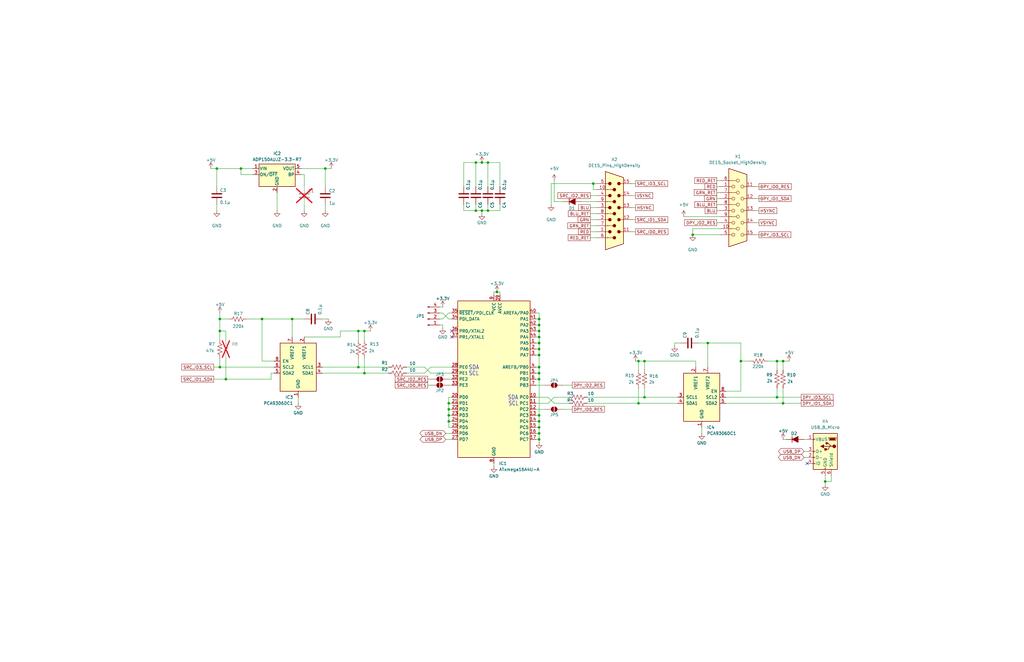
<source format=kicad_sch>
(kicad_sch
	(version 20250114)
	(generator "eeschema")
	(generator_version "9.0")
	(uuid "9e8ae654-f8e7-401b-b6e3-0376101154c3")
	(paper "USLedger")
	
	(text "SCL"
		(exclude_from_sim no)
		(at 197.612 158.75 0)
		(effects
			(font
				(size 1.778 1.5113)
			)
			(justify left bottom)
		)
		(uuid "11dfe716-1799-4e0d-b60c-49350df712f8")
	)
	(text "SDA"
		(exclude_from_sim no)
		(at 214.122 168.91 0)
		(effects
			(font
				(size 1.778 1.5113)
			)
			(justify left bottom)
		)
		(uuid "19715b73-8415-4e91-b0ee-6ed4cb242fe5")
	)
	(text "SDA"
		(exclude_from_sim no)
		(at 197.612 156.21 0)
		(effects
			(font
				(size 1.778 1.5113)
			)
			(justify left bottom)
		)
		(uuid "4a9bb97b-579b-4a48-9dfc-5d8fa8a048b0")
	)
	(text "SCL"
		(exclude_from_sim no)
		(at 214.376 171.45 0)
		(effects
			(font
				(size 1.778 1.5113)
			)
			(justify left bottom)
		)
		(uuid "90e13502-648a-4e61-b993-b8cb3e4a169f")
	)
	(junction
		(at 92.71 134.62)
		(diameter 0)
		(color 0 0 0 0)
		(uuid "031090d3-9280-49b0-9829-391aca0a0213")
	)
	(junction
		(at 227.33 154.94)
		(diameter 0)
		(color 0 0 0 0)
		(uuid "10c58b37-b9ea-4852-87db-5ceb3f74a3b0")
	)
	(junction
		(at 123.19 134.62)
		(diameter 0)
		(color 0 0 0 0)
		(uuid "1474b425-c606-4b36-aab6-c15536ae75dc")
	)
	(junction
		(at 95.25 160.02)
		(diameter 0)
		(color 0 0 0 0)
		(uuid "15c6b6d6-f1ca-4b79-8a49-d995ac130a3d")
	)
	(junction
		(at 137.16 71.12)
		(diameter 0)
		(color 0 0 0 0)
		(uuid "16b241d8-7f5c-4376-b547-9ce198876045")
	)
	(junction
		(at 151.13 139.7)
		(diameter 0)
		(color 0 0 0 0)
		(uuid "190d634d-2472-46ee-afcb-8051aa967504")
	)
	(junction
		(at 189.23 177.8)
		(diameter 0)
		(color 0 0 0 0)
		(uuid "1a1a8448-1ee1-425d-8a5e-7f8e83963c83")
	)
	(junction
		(at 271.78 152.4)
		(diameter 0)
		(color 0 0 0 0)
		(uuid "1a8b1848-4cd8-42e5-81a3-5bdfe04ec376")
	)
	(junction
		(at 153.67 139.7)
		(diameter 0)
		(color 0 0 0 0)
		(uuid "22746323-800f-4e46-9f90-c9704002eb5b")
	)
	(junction
		(at 227.33 175.26)
		(diameter 0)
		(color 0 0 0 0)
		(uuid "27089d31-833e-426c-be1e-835774b9d021")
	)
	(junction
		(at 227.33 137.16)
		(diameter 0)
		(color 0 0 0 0)
		(uuid "2cf03e71-f58f-4e30-a631-5d9097071158")
	)
	(junction
		(at 330.2 152.4)
		(diameter 0)
		(color 0 0 0 0)
		(uuid "2ff70171-396b-4c38-8c27-08acd5eabd59")
	)
	(junction
		(at 227.33 144.78)
		(diameter 0)
		(color 0 0 0 0)
		(uuid "39b018ed-1036-43c9-b302-217951202496")
	)
	(junction
		(at 269.24 170.18)
		(diameter 0)
		(color 0 0 0 0)
		(uuid "3d9899d3-2dae-4f15-a716-7ca05bc44660")
	)
	(junction
		(at 227.33 185.42)
		(diameter 0)
		(color 0 0 0 0)
		(uuid "415009b5-6a77-48ab-8fbe-1d7818fd21ee")
	)
	(junction
		(at 227.33 180.34)
		(diameter 0)
		(color 0 0 0 0)
		(uuid "4257b3db-c3ed-477b-b734-067f07a04dec")
	)
	(junction
		(at 91.44 71.12)
		(diameter 0)
		(color 0 0 0 0)
		(uuid "47efe2b4-a549-4ae1-b6eb-3ec6c58b6d67")
	)
	(junction
		(at 189.23 172.72)
		(diameter 0)
		(color 0 0 0 0)
		(uuid "5410da84-a4f1-4f91-bd27-e4feb8bbc032")
	)
	(junction
		(at 227.33 157.48)
		(diameter 0)
		(color 0 0 0 0)
		(uuid "5bef0a74-0a69-4886-881c-9943f31c57e3")
	)
	(junction
		(at 227.33 139.7)
		(diameter 0)
		(color 0 0 0 0)
		(uuid "61d55506-3043-4218-b1b8-b3f21802b416")
	)
	(junction
		(at 153.67 157.48)
		(diameter 0)
		(color 0 0 0 0)
		(uuid "6300549a-b398-4106-8f0c-b2c1c55c19de")
	)
	(junction
		(at 205.74 68.58)
		(diameter 0)
		(color 0 0 0 0)
		(uuid "665954ff-6737-425d-8d62-5eae608ade38")
	)
	(junction
		(at 227.33 182.88)
		(diameter 0)
		(color 0 0 0 0)
		(uuid "6d527e8a-17f1-4299-b26e-5c73df648e97")
	)
	(junction
		(at 151.13 154.94)
		(diameter 0)
		(color 0 0 0 0)
		(uuid "78c26c7e-6856-4c88-805d-06ac40a41237")
	)
	(junction
		(at 200.66 68.58)
		(diameter 0)
		(color 0 0 0 0)
		(uuid "7dfb44d4-ea04-4ae0-9bde-49d5d0d2cf9d")
	)
	(junction
		(at 327.66 152.4)
		(diameter 0)
		(color 0 0 0 0)
		(uuid "83d21253-011a-44a0-93b9-74a4fc60f8d4")
	)
	(junction
		(at 327.66 167.64)
		(diameter 0)
		(color 0 0 0 0)
		(uuid "851d63c0-6540-44ee-8fcd-1df93a5b1afe")
	)
	(junction
		(at 227.33 149.86)
		(diameter 0)
		(color 0 0 0 0)
		(uuid "85ccf4eb-ddc2-4852-8427-3988f8582733")
	)
	(junction
		(at 298.45 144.78)
		(diameter 0)
		(color 0 0 0 0)
		(uuid "87143ff6-5886-455c-a541-554613df9fce")
	)
	(junction
		(at 312.42 152.4)
		(diameter 0)
		(color 0 0 0 0)
		(uuid "93a6128b-fa09-4e9c-bc4c-e42f4f58b0c5")
	)
	(junction
		(at 189.23 175.26)
		(diameter 0)
		(color 0 0 0 0)
		(uuid "9ea80b7d-d067-4052-9692-0c5c4a9feb10")
	)
	(junction
		(at 101.6 71.12)
		(diameter 0)
		(color 0 0 0 0)
		(uuid "a97063e8-07e3-4b8b-8f6f-c2703cb04f09")
	)
	(junction
		(at 330.2 170.18)
		(diameter 0)
		(color 0 0 0 0)
		(uuid "b0306c39-b8f0-4e93-85e1-d20587d639f5")
	)
	(junction
		(at 92.71 139.7)
		(diameter 0)
		(color 0 0 0 0)
		(uuid "b92b23a7-3a12-4910-9f89-6a2bd87a0c47")
	)
	(junction
		(at 292.1 99.06)
		(diameter 0)
		(color 0 0 0 0)
		(uuid "c0d973dc-7811-4199-bd05-69afd388d7b7")
	)
	(junction
		(at 209.55 123.19)
		(diameter 0)
		(color 0 0 0 0)
		(uuid "c2b099a0-c643-4c4e-a60d-dddaf5be392d")
	)
	(junction
		(at 227.33 147.32)
		(diameter 0)
		(color 0 0 0 0)
		(uuid "c6c42414-4178-4f4e-ac85-06d5e12f2ad1")
	)
	(junction
		(at 200.66 88.9)
		(diameter 0)
		(color 0 0 0 0)
		(uuid "c7bb87f6-6f5f-4bd6-905d-1fbbce284dd9")
	)
	(junction
		(at 92.71 154.94)
		(diameter 0)
		(color 0 0 0 0)
		(uuid "d2cc7b27-0300-4d35-8d06-921d2a3ac99e")
	)
	(junction
		(at 347.98 203.2)
		(diameter 0)
		(color 0 0 0 0)
		(uuid "d42c3296-8ee8-4476-80ef-ee9af9ffa890")
	)
	(junction
		(at 250.19 77.47)
		(diameter 0)
		(color 0 0 0 0)
		(uuid "d53b1c6d-b6c3-4d26-8b43-5fde2bc8e5d8")
	)
	(junction
		(at 271.78 167.64)
		(diameter 0)
		(color 0 0 0 0)
		(uuid "da9caea3-d399-4276-8793-409c8d114f9f")
	)
	(junction
		(at 189.23 170.18)
		(diameter 0)
		(color 0 0 0 0)
		(uuid "db876d0f-6a86-4999-aff7-d3289afd9774")
	)
	(junction
		(at 203.2 88.9)
		(diameter 0)
		(color 0 0 0 0)
		(uuid "dca15094-cbab-4636-8906-ccc91f478242")
	)
	(junction
		(at 227.33 177.8)
		(diameter 0)
		(color 0 0 0 0)
		(uuid "ded5f291-1b51-4cbd-b81f-399bb91bc98e")
	)
	(junction
		(at 227.33 142.24)
		(diameter 0)
		(color 0 0 0 0)
		(uuid "df7ccc04-c482-4b2a-88af-81d8d1766a3c")
	)
	(junction
		(at 205.74 88.9)
		(diameter 0)
		(color 0 0 0 0)
		(uuid "e0d8818e-8c9a-4b46-a52f-e54c02ca8d48")
	)
	(junction
		(at 203.2 68.58)
		(diameter 0)
		(color 0 0 0 0)
		(uuid "e21e88e0-0196-431f-9e87-022a36959735")
	)
	(junction
		(at 269.24 152.4)
		(diameter 0)
		(color 0 0 0 0)
		(uuid "ed83ba37-1552-4be2-8237-953456abcb22")
	)
	(junction
		(at 110.49 134.62)
		(diameter 0)
		(color 0 0 0 0)
		(uuid "f109a5e2-4b48-40ba-bff2-da840e08c385")
	)
	(junction
		(at 227.33 134.62)
		(diameter 0)
		(color 0 0 0 0)
		(uuid "f6446d27-99fb-453c-b3d4-3912421d1e20")
	)
	(junction
		(at 227.33 160.02)
		(diameter 0)
		(color 0 0 0 0)
		(uuid "fa395c7d-a7ad-4ae7-8585-956709ced536")
	)
	(no_connect
		(at 340.36 195.58)
		(uuid "6f7e64f9-ce1b-409e-b4ca-07c31d4d20d9")
	)
	(no_connect
		(at 190.5 142.24)
		(uuid "f78f910f-b945-4113-9c90-876301629a06")
	)
	(no_connect
		(at 190.5 139.7)
		(uuid "ffa1684d-3d1f-4a0d-ba6f-40b4db7785f0")
	)
	(wire
		(pts
			(xy 137.16 71.12) (xy 139.7 71.12)
		)
		(stroke
			(width 0.1524)
			(type solid)
		)
		(uuid "01b21247-d09b-48c7-8cfc-a7d9a838b5cc")
	)
	(wire
		(pts
			(xy 127 71.12) (xy 134.62 71.12)
		)
		(stroke
			(width 0)
			(type default)
		)
		(uuid "03d57696-7eef-44d1-8db1-cd33b5c787f1")
	)
	(wire
		(pts
			(xy 227.33 149.86) (xy 226.06 149.86)
		)
		(stroke
			(width 0)
			(type default)
		)
		(uuid "05eb969f-aefa-4380-8d9d-3b227d0645cd")
	)
	(wire
		(pts
			(xy 187.96 182.88) (xy 190.5 182.88)
		)
		(stroke
			(width 0.1524)
			(type solid)
		)
		(uuid "07a83718-d36f-41ca-9000-aac6a8466d32")
	)
	(wire
		(pts
			(xy 210.82 88.9) (xy 210.82 86.36)
		)
		(stroke
			(width 0.1524)
			(type solid)
		)
		(uuid "08eafe7e-8321-44ce-8135-61d5530ca060")
	)
	(wire
		(pts
			(xy 271.78 163.83) (xy 271.78 167.64)
		)
		(stroke
			(width 0.1524)
			(type solid)
		)
		(uuid "0a3f0b7a-fd85-492f-bfb9-39df84c0976b")
	)
	(wire
		(pts
			(xy 135.89 154.94) (xy 140.97 154.94)
		)
		(stroke
			(width 0)
			(type default)
		)
		(uuid "0b39bbe5-33a7-4c49-be43-d9f28d8ade04")
	)
	(wire
		(pts
			(xy 105.41 134.62) (xy 110.49 134.62)
		)
		(stroke
			(width 0.1524)
			(type solid)
		)
		(uuid "0e16e562-7db1-47a3-b6d7-19de9cc52ca1")
	)
	(wire
		(pts
			(xy 203.2 88.9) (xy 205.74 88.9)
		)
		(stroke
			(width 0.1524)
			(type solid)
		)
		(uuid "0e86cf58-8290-4d59-8f14-a6b0619b2783")
	)
	(wire
		(pts
			(xy 181.61 157.48) (xy 190.5 157.48)
		)
		(stroke
			(width 0)
			(type default)
		)
		(uuid "10a9863f-58df-493e-b55e-af06b812d415")
	)
	(wire
		(pts
			(xy 238.76 172.72) (xy 241.3 172.72)
		)
		(stroke
			(width 0.1524)
			(type solid)
		)
		(uuid "115e8744-8fcd-4cc4-a0a5-60a485ae4e1f")
	)
	(wire
		(pts
			(xy 101.6 71.12) (xy 106.68 71.12)
		)
		(stroke
			(width 0.1524)
			(type solid)
		)
		(uuid "1394f42c-c5e6-47c5-b1ab-d8ce1ed47547")
	)
	(wire
		(pts
			(xy 227.33 142.24) (xy 227.33 144.78)
		)
		(stroke
			(width 0)
			(type default)
		)
		(uuid "159a9bce-9114-4bea-9e42-fbecefaa29d4")
	)
	(wire
		(pts
			(xy 190.5 167.64) (xy 189.23 167.64)
		)
		(stroke
			(width 0)
			(type default)
		)
		(uuid "159bf799-a44a-4c7c-b1a2-67b2406bfa79")
	)
	(wire
		(pts
			(xy 232.41 77.47) (xy 232.41 86.36)
		)
		(stroke
			(width 0.1524)
			(type solid)
		)
		(uuid "15e9634c-0068-4eee-9373-13393b125cd9")
	)
	(wire
		(pts
			(xy 269.24 154.94) (xy 269.24 156.21)
		)
		(stroke
			(width 0)
			(type default)
		)
		(uuid "16832b2a-d9bb-4e5b-867e-5bcf12045bce")
	)
	(wire
		(pts
			(xy 269.24 170.18) (xy 285.75 170.18)
		)
		(stroke
			(width 0.1524)
			(type solid)
		)
		(uuid "16918c8a-48aa-426c-a061-721f67f50118")
	)
	(wire
		(pts
			(xy 104.14 73.66) (xy 101.6 73.66)
		)
		(stroke
			(width 0.1524)
			(type solid)
		)
		(uuid "17a75a3b-7578-41c0-ae3a-837e099b4781")
	)
	(wire
		(pts
			(xy 303.53 81.28) (xy 302.26 81.28)
		)
		(stroke
			(width 0.1524)
			(type solid)
		)
		(uuid "18890ff5-f2fe-4a9f-8008-ae1565975ddb")
	)
	(wire
		(pts
			(xy 185.42 134.62) (xy 186.69 134.62)
		)
		(stroke
			(width 0)
			(type default)
		)
		(uuid "194fed78-7de5-48d9-acb9-24e2cb2e0614")
	)
	(wire
		(pts
			(xy 205.74 78.74) (xy 205.74 68.58)
		)
		(stroke
			(width 0.1524)
			(type solid)
		)
		(uuid "19533d45-661a-494e-be0f-48815432dfba")
	)
	(wire
		(pts
			(xy 115.57 157.48) (xy 114.3 157.48)
		)
		(stroke
			(width 0)
			(type default)
		)
		(uuid "19ded604-4933-45bb-9dc3-a7a5bb6b4df3")
	)
	(wire
		(pts
			(xy 226.06 177.8) (xy 227.33 177.8)
		)
		(stroke
			(width 0)
			(type default)
		)
		(uuid "19fa5d6b-643c-4e0d-b0d5-e25547bff469")
	)
	(wire
		(pts
			(xy 248.92 170.18) (xy 269.24 170.18)
		)
		(stroke
			(width 0.1524)
			(type solid)
		)
		(uuid "1a63b275-7336-4e0f-90f2-d68d0a8a7168")
	)
	(wire
		(pts
			(xy 180.34 162.56) (xy 181.61 162.56)
		)
		(stroke
			(width 0.1524)
			(type solid)
		)
		(uuid "1b35d061-e719-42b3-9ca4-3763e63ca75b")
	)
	(wire
		(pts
			(xy 226.06 142.24) (xy 227.33 142.24)
		)
		(stroke
			(width 0)
			(type default)
		)
		(uuid "1c5aeba6-b4ad-4183-82ea-582b0902a2ab")
	)
	(wire
		(pts
			(xy 347.98 204.47) (xy 347.98 203.2)
		)
		(stroke
			(width 0.1524)
			(type solid)
		)
		(uuid "2060608e-7c4f-4131-ab6e-8a5962bf285a")
	)
	(wire
		(pts
			(xy 190.5 185.42) (xy 187.96 185.42)
		)
		(stroke
			(width 0.1524)
			(type solid)
		)
		(uuid "208306f0-1d41-43ae-8434-041ec64cae72")
	)
	(wire
		(pts
			(xy 90.17 154.94) (xy 92.71 154.94)
		)
		(stroke
			(width 0.1524)
			(type solid)
		)
		(uuid "224a5fa1-dd6c-4539-863b-7d29cf815917")
	)
	(wire
		(pts
			(xy 140.97 154.94) (xy 151.13 154.94)
		)
		(stroke
			(width 0.1524)
			(type solid)
		)
		(uuid "2290ea23-968a-431a-94bd-63212ff2bd18")
	)
	(wire
		(pts
			(xy 92.71 151.13) (xy 92.71 154.94)
		)
		(stroke
			(width 0.1524)
			(type solid)
		)
		(uuid "23cd4a3c-1084-459b-b0b7-849c89e94a16")
	)
	(wire
		(pts
			(xy 210.82 78.74) (xy 210.82 68.58)
		)
		(stroke
			(width 0.1524)
			(type solid)
		)
		(uuid "24a6cc4f-ff6f-4c20-8487-58c443977d92")
	)
	(wire
		(pts
			(xy 226.06 182.88) (xy 227.33 182.88)
		)
		(stroke
			(width 0)
			(type default)
		)
		(uuid "24d58e36-6f7f-4e6b-9445-2c11afde73d4")
	)
	(wire
		(pts
			(xy 339.09 190.5) (xy 340.36 190.5)
		)
		(stroke
			(width 0.1524)
			(type solid)
		)
		(uuid "2560fb7f-b333-441b-a133-e82280d4d2fc")
	)
	(wire
		(pts
			(xy 306.07 170.18) (xy 330.2 170.18)
		)
		(stroke
			(width 0.1524)
			(type solid)
		)
		(uuid "266e1267-f793-4af1-9d0e-2fc3582816ec")
	)
	(wire
		(pts
			(xy 266.7 97.79) (xy 267.97 97.79)
		)
		(stroke
			(width 0.1524)
			(type solid)
		)
		(uuid "26fcfcf7-1c28-4844-8beb-f63ac8638bd4")
	)
	(wire
		(pts
			(xy 271.78 167.64) (xy 285.75 167.64)
		)
		(stroke
			(width 0.1524)
			(type solid)
		)
		(uuid "27296aab-06a9-48ec-9189-6cc70145ff1e")
	)
	(wire
		(pts
			(xy 325.12 152.4) (xy 327.66 152.4)
		)
		(stroke
			(width 0.1524)
			(type solid)
		)
		(uuid "282118f3-c30c-4703-a557-1687168fb39e")
	)
	(wire
		(pts
			(xy 312.42 162.56) (xy 312.42 165.1)
		)
		(stroke
			(width 0)
			(type default)
		)
		(uuid "299869ba-4be1-4d31-82c5-9155d920f592")
	)
	(wire
		(pts
			(xy 171.45 154.94) (xy 179.07 154.94)
		)
		(stroke
			(width 0)
			(type default)
		)
		(uuid "2bb756f8-0ec3-47b2-a980-34e5dec6e067")
	)
	(wire
		(pts
			(xy 232.41 77.47) (xy 250.19 77.47)
		)
		(stroke
			(width 0.1524)
			(type solid)
		)
		(uuid "2ca1471a-92bc-4650-8891-481b19e3e086")
	)
	(wire
		(pts
			(xy 185.42 137.16) (xy 186.69 137.16)
		)
		(stroke
			(width 0)
			(type default)
		)
		(uuid "2d949b12-d5c7-4077-8dca-0d1a8e79eee5")
	)
	(wire
		(pts
			(xy 123.19 134.62) (xy 128.27 134.62)
		)
		(stroke
			(width 0.1524)
			(type solid)
		)
		(uuid "2e6a63e9-0ef2-42e2-8333-749b7cd9fe64")
	)
	(wire
		(pts
			(xy 227.33 149.86) (xy 227.33 154.94)
		)
		(stroke
			(width 0)
			(type default)
		)
		(uuid "2e8a8a58-d1a0-493a-ab9e-0c42c391843a")
	)
	(wire
		(pts
			(xy 189.23 160.02) (xy 190.5 160.02)
		)
		(stroke
			(width 0)
			(type default)
		)
		(uuid "2ecc2d19-cd31-4a05-8114-aee7ba6b34ce")
	)
	(wire
		(pts
			(xy 284.48 144.78) (xy 287.02 144.78)
		)
		(stroke
			(width 0.1524)
			(type solid)
		)
		(uuid "2eda584b-b9fd-418e-badc-9968810c1824")
	)
	(wire
		(pts
			(xy 247.65 170.18) (xy 248.92 170.18)
		)
		(stroke
			(width 0)
			(type default)
		)
		(uuid "3313580e-b9e8-4753-8c81-34f06dd25e74")
	)
	(wire
		(pts
			(xy 233.68 85.09) (xy 237.49 85.09)
		)
		(stroke
			(width 0)
			(type default)
		)
		(uuid "3496a5ba-c10f-43f9-89a5-14cc9b012743")
	)
	(wire
		(pts
			(xy 233.68 76.2) (xy 233.68 85.09)
		)
		(stroke
			(width 0)
			(type default)
		)
		(uuid "34ecb9c3-b86f-41b2-9818-89ebba40f623")
	)
	(wire
		(pts
			(xy 125.73 170.18) (xy 125.73 167.64)
		)
		(stroke
			(width 0.1524)
			(type solid)
		)
		(uuid "37fd08a6-90df-4567-9834-1e1c910d611b")
	)
	(wire
		(pts
			(xy 127 73.66) (xy 128.27 73.66)
		)
		(stroke
			(width 0)
			(type default)
		)
		(uuid "3871d15e-07aa-43ce-b7ff-32b4a2a92dd6")
	)
	(wire
		(pts
			(xy 323.85 152.4) (xy 325.12 152.4)
		)
		(stroke
			(width 0)
			(type default)
		)
		(uuid "3917cd5f-6920-4485-9074-8331a5363552")
	)
	(wire
		(pts
			(xy 226.06 175.26) (xy 227.33 175.26)
		)
		(stroke
			(width 0)
			(type default)
		)
		(uuid "393eac19-e2bb-428e-b84c-eda38f10a4e4")
	)
	(wire
		(pts
			(xy 339.09 185.42) (xy 340.36 185.42)
		)
		(stroke
			(width 0)
			(type default)
		)
		(uuid "3a6e5e28-c641-4445-902d-b05226367415")
	)
	(wire
		(pts
			(xy 92.71 139.7) (xy 95.25 139.7)
		)
		(stroke
			(width 0.1524)
			(type solid)
		)
		(uuid "3a6fbe88-98f8-499a-b77c-f713eac8aeee")
	)
	(wire
		(pts
			(xy 92.71 134.62) (xy 92.71 139.7)
		)
		(stroke
			(width 0.1524)
			(type solid)
		)
		(uuid "3a72443e-8388-4108-9df5-0a19a040803e")
	)
	(wire
		(pts
			(xy 226.06 180.34) (xy 227.33 180.34)
		)
		(stroke
			(width 0)
			(type default)
		)
		(uuid "3b37b7f3-457e-433e-8e83-32d190012531")
	)
	(wire
		(pts
			(xy 110.49 152.4) (xy 110.49 149.86)
		)
		(stroke
			(width 0)
			(type default)
		)
		(uuid "3b598251-a6af-4ca4-9734-2a7c624a2e11")
	)
	(wire
		(pts
			(xy 91.44 71.12) (xy 101.6 71.12)
		)
		(stroke
			(width 0.1524)
			(type solid)
		)
		(uuid "3bb255ac-a58d-4036-be68-39cc2d167ef7")
	)
	(wire
		(pts
			(xy 91.44 86.36) (xy 91.44 88.9)
		)
		(stroke
			(width 0.1524)
			(type solid)
		)
		(uuid "3de883ec-c880-49dc-9c86-507b8095fbde")
	)
	(wire
		(pts
			(xy 266.7 77.47) (xy 267.97 77.47)
		)
		(stroke
			(width 0.1524)
			(type solid)
		)
		(uuid "3ed69a3a-2e1a-42a9-b671-d2c7ff374418")
	)
	(wire
		(pts
			(xy 185.42 132.08) (xy 186.69 132.08)
		)
		(stroke
			(width 0)
			(type default)
		)
		(uuid "3f8c8dce-2772-4bc9-bd85-4c2accb2da14")
	)
	(wire
		(pts
			(xy 95.25 152.4) (xy 95.25 160.02)
		)
		(stroke
			(width 0.1524)
			(type solid)
		)
		(uuid "401f8d69-0d77-4b4a-8021-6127080e7088")
	)
	(wire
		(pts
			(xy 189.23 175.26) (xy 190.5 175.26)
		)
		(stroke
			(width 0)
			(type default)
		)
		(uuid "40532c9e-91c4-49f1-ba62-8b57d0ad550d")
	)
	(wire
		(pts
			(xy 116.84 81.28) (xy 116.84 83.82)
		)
		(stroke
			(width 0)
			(type default)
		)
		(uuid "445a7940-32c0-422f-9f17-f812b8368c5e")
	)
	(wire
		(pts
			(xy 200.66 88.9) (xy 203.2 88.9)
		)
		(stroke
			(width 0.1524)
			(type solid)
		)
		(uuid "45508018-feff-4e2f-859e-6a58c93dd409")
	)
	(wire
		(pts
			(xy 189.23 172.72) (xy 189.23 175.26)
		)
		(stroke
			(width 0)
			(type default)
		)
		(uuid "4590a6aa-403a-49f1-b707-f5854502cc02")
	)
	(wire
		(pts
			(xy 330.2 152.4) (xy 327.66 152.4)
		)
		(stroke
			(width 0.1524)
			(type solid)
		)
		(uuid "45a78565-623d-40fa-a4af-25eeba4c8d9b")
	)
	(wire
		(pts
			(xy 251.46 80.01) (xy 250.19 80.01)
		)
		(stroke
			(width 0.1524)
			(type solid)
		)
		(uuid "46c4afb4-52ef-4279-b863-101b7ccf7344")
	)
	(wire
		(pts
			(xy 208.28 124.46) (xy 208.28 123.19)
		)
		(stroke
			(width 0)
			(type default)
		)
		(uuid "47ba6c11-7bcf-46fd-884b-835e890f035e")
	)
	(wire
		(pts
			(xy 92.71 132.08) (xy 92.71 134.62)
		)
		(stroke
			(width 0.1524)
			(type solid)
		)
		(uuid "499b4331-9fc6-4411-8e30-e84288ad6be7")
	)
	(wire
		(pts
			(xy 179.07 154.94) (xy 181.61 157.48)
		)
		(stroke
			(width 0)
			(type default)
		)
		(uuid "4abd1364-5ad5-4e5e-a5ac-dd8cf081f35c")
	)
	(wire
		(pts
			(xy 226.06 139.7) (xy 227.33 139.7)
		)
		(stroke
			(width 0)
			(type default)
		)
		(uuid "4ea26507-ca1a-4548-b3e9-3a8c5fb02351")
	)
	(wire
		(pts
			(xy 294.64 144.78) (xy 298.45 144.78)
		)
		(stroke
			(width 0.1524)
			(type solid)
		)
		(uuid "4fef1cf7-a956-42b7-a4f9-ab45db80d7c8")
	)
	(wire
		(pts
			(xy 195.58 86.36) (xy 195.58 88.9)
		)
		(stroke
			(width 0.1524)
			(type solid)
		)
		(uuid "5544e59e-757c-49f8-9121-4b3095020485")
	)
	(wire
		(pts
			(xy 189.23 175.26) (xy 189.23 177.8)
		)
		(stroke
			(width 0)
			(type default)
		)
		(uuid "55489ec9-78cb-4a35-9472-1f87acd32e6c")
	)
	(wire
		(pts
			(xy 303.53 83.82) (xy 302.26 83.82)
		)
		(stroke
			(width 0.1524)
			(type solid)
		)
		(uuid "55b0a743-2d4b-4653-a0ba-b91ea8c6b023")
	)
	(wire
		(pts
			(xy 330.2 163.83) (xy 330.2 170.18)
		)
		(stroke
			(width 0.1524)
			(type solid)
		)
		(uuid "55b812cc-62bb-4729-b538-7bdf1a7260f3")
	)
	(wire
		(pts
			(xy 251.46 85.09) (xy 245.11 85.09)
		)
		(stroke
			(width 0)
			(type default)
		)
		(uuid "56897f03-2370-4eaf-811e-d8be0e7e341c")
	)
	(wire
		(pts
			(xy 251.46 100.33) (xy 248.92 100.33)
		)
		(stroke
			(width 0.1524)
			(type solid)
		)
		(uuid "56a5687e-0d15-4d6d-9ebe-fd2322e739bc")
	)
	(wire
		(pts
			(xy 227.33 144.78) (xy 227.33 147.32)
		)
		(stroke
			(width 0)
			(type default)
		)
		(uuid "57349dce-6d92-4c51-a1f3-9fd976b065db")
	)
	(wire
		(pts
			(xy 250.19 77.47) (xy 251.46 77.47)
		)
		(stroke
			(width 0.1524)
			(type solid)
		)
		(uuid "57aa643f-52b4-4897-a0b5-6c4a16ece6f0")
	)
	(wire
		(pts
			(xy 318.77 88.9) (xy 320.04 88.9)
		)
		(stroke
			(width 0.1524)
			(type solid)
		)
		(uuid "585a0f6e-d2d0-416e-8c35-7594d4e38ec3")
	)
	(wire
		(pts
			(xy 114.3 157.48) (xy 114.3 160.02)
		)
		(stroke
			(width 0)
			(type default)
		)
		(uuid "5910c2df-eaba-410c-898f-68c931e7f7fb")
	)
	(wire
		(pts
			(xy 312.42 162.56) (xy 312.42 152.4)
		)
		(stroke
			(width 0.1524)
			(type solid)
		)
		(uuid "599a360f-8e21-4e1b-bbef-8e7aa14ac8a0")
	)
	(wire
		(pts
			(xy 318.77 78.74) (xy 321.31 78.74)
		)
		(stroke
			(width 0.1524)
			(type solid)
		)
		(uuid "5bfb48dc-85a9-48a1-a750-42e859c8e951")
	)
	(wire
		(pts
			(xy 186.69 129.54) (xy 185.42 129.54)
		)
		(stroke
			(width 0)
			(type default)
		)
		(uuid "5c7dfaab-2536-4516-a36c-173835edba45")
	)
	(wire
		(pts
			(xy 330.2 152.4) (xy 330.2 156.21)
		)
		(stroke
			(width 0.1524)
			(type solid)
		)
		(uuid "5d1b151e-7023-43de-ac34-7c1774fcd5fc")
	)
	(wire
		(pts
			(xy 128.27 86.36) (xy 128.27 88.9)
		)
		(stroke
			(width 0.1524)
			(type solid)
		)
		(uuid "5e5c3fd5-d591-4748-8a3d-0b0b5398e8ef")
	)
	(wire
		(pts
			(xy 210.82 68.58) (xy 205.74 68.58)
		)
		(stroke
			(width 0.1524)
			(type solid)
		)
		(uuid "5ff8d4d2-5de9-41a4-9bcc-c70aa43e352e")
	)
	(wire
		(pts
			(xy 330.2 152.4) (xy 332.74 152.4)
		)
		(stroke
			(width 0.1524)
			(type solid)
		)
		(uuid "613059ee-78b8-4957-b418-7e774414718f")
	)
	(wire
		(pts
			(xy 200.66 68.58) (xy 195.58 68.58)
		)
		(stroke
			(width 0.1524)
			(type solid)
		)
		(uuid "62712a8d-4bdb-4273-bded-083873c58c97")
	)
	(wire
		(pts
			(xy 205.74 68.58) (xy 203.2 68.58)
		)
		(stroke
			(width 0.1524)
			(type solid)
		)
		(uuid "62f8b473-9b51-4988-8458-77ed1fa840cb")
	)
	(wire
		(pts
			(xy 92.71 154.94) (xy 115.57 154.94)
		)
		(stroke
			(width 0.1524)
			(type solid)
		)
		(uuid "64b55423-df3e-4ef5-9853-611ae4421500")
	)
	(wire
		(pts
			(xy 171.45 157.48) (xy 179.07 157.48)
		)
		(stroke
			(width 0)
			(type default)
		)
		(uuid "653a6f6c-8725-42d1-894d-738b06296ffe")
	)
	(wire
		(pts
			(xy 95.25 160.02) (xy 110.49 160.02)
		)
		(stroke
			(width 0.1524)
			(type solid)
		)
		(uuid "66a0be2f-384d-4d2a-9f19-7c6c9ee01bf8")
	)
	(wire
		(pts
			(xy 251.46 90.17) (xy 248.92 90.17)
		)
		(stroke
			(width 0.1524)
			(type solid)
		)
		(uuid "66bb1c0e-153c-465c-bab8-1e8294b08300")
	)
	(wire
		(pts
			(xy 227.33 139.7) (xy 227.33 142.24)
		)
		(stroke
			(width 0)
			(type default)
		)
		(uuid "683bff70-1d65-4388-b7b8-4e2284bb5072")
	)
	(wire
		(pts
			(xy 115.57 152.4) (xy 110.49 152.4)
		)
		(stroke
			(width 0)
			(type default)
		)
		(uuid "68b7f809-614e-4f31-b645-ae8594497fa6")
	)
	(wire
		(pts
			(xy 226.06 167.64) (xy 231.14 167.64)
		)
		(stroke
			(width 0)
			(type default)
		)
		(uuid "6973abf1-5b1a-418e-83a1-aef7e359834e")
	)
	(wire
		(pts
			(xy 189.23 172.72) (xy 190.5 172.72)
		)
		(stroke
			(width 0)
			(type default)
		)
		(uuid "6bbbffb6-4b00-40f4-9977-014559f4897a")
	)
	(wire
		(pts
			(xy 269.24 154.94) (xy 269.24 152.4)
		)
		(stroke
			(width 0.1524)
			(type solid)
		)
		(uuid "6bea68c5-60d4-4f36-b75d-3a20b8d0e88f")
	)
	(wire
		(pts
			(xy 227.33 175.26) (xy 227.33 177.8)
		)
		(stroke
			(width 0)
			(type default)
		)
		(uuid "6d2f2426-023b-4a3c-9917-25bd35218638")
	)
	(wire
		(pts
			(xy 92.71 139.7) (xy 92.71 143.51)
		)
		(stroke
			(width 0.1524)
			(type solid)
		)
		(uuid "6e03a7af-82a3-4ba2-a29b-9c9d38633a73")
	)
	(wire
		(pts
			(xy 303.53 93.98) (xy 302.26 93.98)
		)
		(stroke
			(width 0.1524)
			(type solid)
		)
		(uuid "6e7c73b9-c9d8-4ded-9ac2-27ff9fb66961")
	)
	(wire
		(pts
			(xy 226.06 170.18) (xy 231.14 170.18)
		)
		(stroke
			(width 0)
			(type default)
		)
		(uuid "70197977-0c60-4544-9791-3a147f2aa73d")
	)
	(wire
		(pts
			(xy 226.06 154.94) (xy 227.33 154.94)
		)
		(stroke
			(width 0)
			(type default)
		)
		(uuid "711f70ab-10c0-4def-8124-36fd4d95c221")
	)
	(wire
		(pts
			(xy 227.33 154.94) (xy 227.33 157.48)
		)
		(stroke
			(width 0)
			(type default)
		)
		(uuid "730d3ecf-052e-4812-96be-b83be685d5e8")
	)
	(wire
		(pts
			(xy 227.33 137.16) (xy 227.33 139.7)
		)
		(stroke
			(width 0)
			(type default)
		)
		(uuid "744cbb57-07e0-4464-8170-6bacf373c000")
	)
	(wire
		(pts
			(xy 327.66 152.4) (xy 327.66 156.21)
		)
		(stroke
			(width 0.1524)
			(type solid)
		)
		(uuid "74b4498a-749d-425c-83fd-d97660d535e8")
	)
	(wire
		(pts
			(xy 181.61 154.94) (xy 179.07 157.48)
		)
		(stroke
			(width 0)
			(type default)
		)
		(uuid "78647424-d25e-40fe-a90d-325a8020f3d8")
	)
	(wire
		(pts
			(xy 180.34 160.02) (xy 181.61 160.02)
		)
		(stroke
			(width 0)
			(type default)
		)
		(uuid "791834b0-e32e-41d7-ad47-71b4aac8ca3d")
	)
	(wire
		(pts
			(xy 189.23 177.8) (xy 189.23 180.34)
		)
		(stroke
			(width 0)
			(type default)
		)
		(uuid "7d1e0919-7f3e-4edd-bd2b-117a66886fd9")
	)
	(wire
		(pts
			(xy 104.14 73.66) (xy 106.68 73.66)
		)
		(stroke
			(width 0)
			(type default)
		)
		(uuid "7e08c422-af4c-4cd8-8c1f-1e90833b2657")
	)
	(wire
		(pts
			(xy 143.51 142.24) (xy 143.51 139.7)
		)
		(stroke
			(width 0.1524)
			(type solid)
		)
		(uuid "7fd69dca-16d8-40b4-9b42-1377c6624162")
	)
	(wire
		(pts
			(xy 92.71 134.62) (xy 96.52 134.62)
		)
		(stroke
			(width 0.1524)
			(type solid)
		)
		(uuid "80df50a9-d291-4811-916f-5f91572159dd")
	)
	(wire
		(pts
			(xy 303.53 86.36) (xy 302.26 86.36)
		)
		(stroke
			(width 0.1524)
			(type solid)
		)
		(uuid "8210efa4-fcfb-4a2b-9392-fea927290e1f")
	)
	(wire
		(pts
			(xy 298.45 144.78) (xy 298.45 154.94)
		)
		(stroke
			(width 0)
			(type default)
		)
		(uuid "82330281-9565-4bce-89dd-1ed043f373ac")
	)
	(wire
		(pts
			(xy 104.14 134.62) (xy 105.41 134.62)
		)
		(stroke
			(width 0)
			(type default)
		)
		(uuid "8303a610-eaf7-4143-b60a-ba5bd7c9d270")
	)
	(wire
		(pts
			(xy 189.23 132.08) (xy 190.5 132.08)
		)
		(stroke
			(width 0)
			(type default)
		)
		(uuid "83f3b77b-45e0-46c7-9df4-b58e0ecc5b6e")
	)
	(wire
		(pts
			(xy 303.53 96.52) (xy 292.1 96.52)
		)
		(stroke
			(width 0.1524)
			(type solid)
		)
		(uuid "8458568e-abc0-4bd8-83fe-0175feabf46c")
	)
	(wire
		(pts
			(xy 251.46 95.25) (xy 248.92 95.25)
		)
		(stroke
			(width 0.1524)
			(type solid)
		)
		(uuid "84884836-74e6-4e52-b3c1-1f5617e8f163")
	)
	(wire
		(pts
			(xy 189.23 170.18) (xy 189.23 172.72)
		)
		(stroke
			(width 0)
			(type default)
		)
		(uuid "84e5491e-7e30-4fd6-a4d7-f7e3de4d1124")
	)
	(wire
		(pts
			(xy 271.78 152.4) (xy 293.37 152.4)
		)
		(stroke
			(width 0.1524)
			(type solid)
		)
		(uuid "870f225f-d997-456e-991d-99be94ca2f9e")
	)
	(wire
		(pts
			(xy 306.07 167.64) (xy 327.66 167.64)
		)
		(stroke
			(width 0.1524)
			(type solid)
		)
		(uuid "8813038a-1cb1-4cfd-b35b-d187f51a750e")
	)
	(wire
		(pts
			(xy 238.76 167.64) (xy 240.03 167.64)
		)
		(stroke
			(width 0)
			(type default)
		)
		(uuid "890755fc-c95e-4cff-90c7-38ea1980d448")
	)
	(wire
		(pts
			(xy 200.66 88.9) (xy 200.66 86.36)
		)
		(stroke
			(width 0.1524)
			(type solid)
		)
		(uuid "89b166cc-0951-428d-91c1-d9ff939fad0f")
	)
	(wire
		(pts
			(xy 233.68 170.18) (xy 236.22 170.18)
		)
		(stroke
			(width 0)
			(type default)
		)
		(uuid "8b5b5b71-8af1-462f-8b4a-4a13b52407a8")
	)
	(wire
		(pts
			(xy 116.84 83.82) (xy 116.84 88.9)
		)
		(stroke
			(width 0.1524)
			(type solid)
		)
		(uuid "8bb2247a-a134-4cae-bdb8-b6ae5c74b073")
	)
	(wire
		(pts
			(xy 153.67 139.7) (xy 156.21 139.7)
		)
		(stroke
			(width 0.1524)
			(type solid)
		)
		(uuid "8ce63a85-4b10-4f7b-af7e-f1e50eeac9ea")
	)
	(wire
		(pts
			(xy 128.27 142.24) (xy 143.51 142.24)
		)
		(stroke
			(width 0)
			(type default)
		)
		(uuid "8d9543ed-b4b1-4dd4-ac5d-7cfc023e8f3b")
	)
	(wire
		(pts
			(xy 110.49 134.62) (xy 123.19 134.62)
		)
		(stroke
			(width 0.1524)
			(type solid)
		)
		(uuid "8d9973c2-ff7b-4da5-ae63-a347c293d476")
	)
	(wire
		(pts
			(xy 327.66 163.83) (xy 327.66 167.64)
		)
		(stroke
			(width 0.1524)
			(type solid)
		)
		(uuid "8e30df48-09ed-477f-b009-986513da824d")
	)
	(wire
		(pts
			(xy 189.23 170.18) (xy 190.5 170.18)
		)
		(stroke
			(width 0)
			(type default)
		)
		(uuid "8f9a00d3-0d0b-4260-8052-808b1dc56bcf")
	)
	(wire
		(pts
			(xy 226.06 147.32) (xy 227.33 147.32)
		)
		(stroke
			(width 0)
			(type default)
		)
		(uuid "92758fd6-c0da-4656-8796-391cf3674562")
	)
	(wire
		(pts
			(xy 231.14 167.64) (xy 233.68 170.18)
		)
		(stroke
			(width 0)
			(type default)
		)
		(uuid "939b2851-dc12-4e2a-bdac-209a9369e8f6")
	)
	(wire
		(pts
			(xy 327.66 167.64) (xy 337.82 167.64)
		)
		(stroke
			(width 0.1524)
			(type solid)
		)
		(uuid "94d77da6-ddbf-4762-9615-ee6db4f89968")
	)
	(wire
		(pts
			(xy 251.46 82.55) (xy 248.92 82.55)
		)
		(stroke
			(width 0.1524)
			(type solid)
		)
		(uuid "9507b325-a68b-435c-8b6a-f64d339091d5")
	)
	(wire
		(pts
			(xy 233.68 167.64) (xy 238.76 167.64)
		)
		(stroke
			(width 0.1524)
			(type solid)
		)
		(uuid "96a6aa03-fb09-4c4f-9431-2809429d96ba")
	)
	(wire
		(pts
			(xy 247.65 167.64) (xy 271.78 167.64)
		)
		(stroke
			(width 0.1524)
			(type solid)
		)
		(uuid "973f135e-5d1e-4c98-9c8e-86724224a5dd")
	)
	(wire
		(pts
			(xy 237.49 162.56) (xy 238.76 162.56)
		)
		(stroke
			(width 0)
			(type default)
		)
		(uuid "9897297b-61ea-44f1-bd93-840b1fb1cb58")
	)
	(wire
		(pts
			(xy 227.33 160.02) (xy 226.06 160.02)
		)
		(stroke
			(width 0)
			(type default)
		)
		(uuid "99688f21-b946-4ba0-9d3b-ff8d25090040")
	)
	(wire
		(pts
			(xy 298.45 144.78) (xy 312.42 144.78)
		)
		(stroke
			(width 0.1524)
			(type solid)
		)
		(uuid "99decae0-b5f5-458b-80da-e60d4121d0f4")
	)
	(wire
		(pts
			(xy 347.98 203.2) (xy 347.98 200.66)
		)
		(stroke
			(width 0.1524)
			(type solid)
		)
		(uuid "99e150c3-604b-4a76-9155-47d4b32524a3")
	)
	(wire
		(pts
			(xy 226.06 157.48) (xy 227.33 157.48)
		)
		(stroke
			(width 0)
			(type default)
		)
		(uuid "9aec97cf-866f-426b-8662-c1050f20e0f3")
	)
	(wire
		(pts
			(xy 151.13 139.7) (xy 151.13 143.51)
		)
		(stroke
			(width 0.1524)
			(type solid)
		)
		(uuid "9d1ce68e-cd41-4238-983c-37ea59a517aa")
	)
	(wire
		(pts
			(xy 114.3 160.02) (xy 110.49 160.02)
		)
		(stroke
			(width 0)
			(type default)
		)
		(uuid "9d90768c-15da-461c-b173-0fb4f655ec43")
	)
	(wire
		(pts
			(xy 208.28 123.19) (xy 209.55 123.19)
		)
		(stroke
			(width 0)
			(type default)
		)
		(uuid "9db053c6-7097-4df6-a2d0-80b5c16a2dd4")
	)
	(wire
		(pts
			(xy 267.97 152.4) (xy 269.24 152.4)
		)
		(stroke
			(width 0.1524)
			(type solid)
		)
		(uuid "a1efbd29-5c9a-4bcb-8703-3a1f37cece6f")
	)
	(wire
		(pts
			(xy 312.42 165.1) (xy 306.07 165.1)
		)
		(stroke
			(width 0)
			(type default)
		)
		(uuid "a2ebf4d1-2be6-463f-971f-52890a3eaf7a")
	)
	(wire
		(pts
			(xy 293.37 152.4) (xy 293.37 154.94)
		)
		(stroke
			(width 0.1524)
			(type solid)
		)
		(uuid "a3266c1b-2360-4e97-83d1-a553590c1931")
	)
	(wire
		(pts
			(xy 227.33 157.48) (xy 227.33 160.02)
		)
		(stroke
			(width 0)
			(type default)
		)
		(uuid "a4509e4d-138f-4bd5-bba7-5e0bbf878bfa")
	)
	(wire
		(pts
			(xy 90.17 160.02) (xy 95.25 160.02)
		)
		(stroke
			(width 0.1524)
			(type solid)
		)
		(uuid "a45ea569-99f9-41d4-800a-600dc3a71ea2")
	)
	(wire
		(pts
			(xy 303.53 78.74) (xy 302.26 78.74)
		)
		(stroke
			(width 0.1524)
			(type solid)
		)
		(uuid "a7b3de19-2316-4981-980e-45c365bab463")
	)
	(wire
		(pts
			(xy 251.46 97.79) (xy 248.92 97.79)
		)
		(stroke
			(width 0.1524)
			(type solid)
		)
		(uuid "a9baed3a-49ac-4525-9f86-24a649c842da")
	)
	(wire
		(pts
			(xy 123.19 134.62) (xy 123.19 142.24)
		)
		(stroke
			(width 0)
			(type default)
		)
		(uuid "ab307f8a-9f5c-4854-a9c7-fbb3e7509fb8")
	)
	(wire
		(pts
			(xy 236.22 170.18) (xy 240.03 170.18)
		)
		(stroke
			(width 0.1524)
			(type solid)
		)
		(uuid "abd1f5a1-9be7-44ac-965a-556ca4c8b47e")
	)
	(wire
		(pts
			(xy 189.23 162.56) (xy 190.5 162.56)
		)
		(stroke
			(width 0)
			(type default)
		)
		(uuid "acc9e2c2-f801-4517-9549-7c0427e7d3e9")
	)
	(wire
		(pts
			(xy 350.52 203.2) (xy 347.98 203.2)
		)
		(stroke
			(width 0)
			(type default)
		)
		(uuid "ae97f3ef-a249-44da-9783-c1047e6e06a2")
	)
	(wire
		(pts
			(xy 303.53 91.44) (xy 300.99 91.44)
		)
		(stroke
			(width 0.1524)
			(type solid)
		)
		(uuid "aeef8a36-0b67-4640-a587-5d20ce0769bb")
	)
	(wire
		(pts
			(xy 266.7 82.55) (xy 267.97 82.55)
		)
		(stroke
			(width 0.1524)
			(type solid)
		)
		(uuid "b071505f-a8b9-4373-aed6-b6c40d46cd09")
	)
	(wire
		(pts
			(xy 135.89 157.48) (xy 153.67 157.48)
		)
		(stroke
			(width 0)
			(type default)
		)
		(uuid "b13ce61b-757b-4386-8172-0407d9f047fc")
	)
	(wire
		(pts
			(xy 200.66 78.74) (xy 200.66 68.58)
		)
		(stroke
			(width 0.1524)
			(type solid)
		)
		(uuid "b156a439-4678-4323-b6b2-2024671d7320")
	)
	(wire
		(pts
			(xy 312.42 152.4) (xy 312.42 144.78)
		)
		(stroke
			(width 0.1524)
			(type solid)
		)
		(uuid "b204d7ca-87b2-4b47-a7c5-44aec0cddd51")
	)
	(wire
		(pts
			(xy 227.33 182.88) (xy 227.33 185.42)
		)
		(stroke
			(width 0)
			(type default)
		)
		(uuid "b34783f3-1001-404c-a829-70bd6036f47b")
	)
	(wire
		(pts
			(xy 137.16 71.12) (xy 137.16 78.74)
		)
		(stroke
			(width 0.1524)
			(type solid)
		)
		(uuid "b4108ac7-531a-490e-aecf-be0d1a71f894")
	)
	(wire
		(pts
			(xy 95.25 139.7) (xy 95.25 143.51)
		)
		(stroke
			(width 0.1524)
			(type solid)
		)
		(uuid "b46316eb-a270-4fb8-af4b-d4cf536dbde1")
	)
	(wire
		(pts
			(xy 330.2 170.18) (xy 337.82 170.18)
		)
		(stroke
			(width 0.1524)
			(type solid)
		)
		(uuid "b7eca96b-324f-40c3-9992-8b1ae12f8784")
	)
	(wire
		(pts
			(xy 318.77 83.82) (xy 321.31 83.82)
		)
		(stroke
			(width 0.1524)
			(type solid)
		)
		(uuid "b892d2aa-904d-4c0e-b06d-a22bb2bfda10")
	)
	(wire
		(pts
			(xy 226.06 185.42) (xy 227.33 185.42)
		)
		(stroke
			(width 0)
			(type default)
		)
		(uuid "ba059610-ed95-4182-bc83-c30cf4595083")
	)
	(wire
		(pts
			(xy 314.96 152.4) (xy 316.23 152.4)
		)
		(stroke
			(width 0)
			(type default)
		)
		(uuid "baa0b4b3-aa51-4534-9ebc-a49bf77c54a2")
	)
	(wire
		(pts
			(xy 312.42 152.4) (xy 314.96 152.4)
		)
		(stroke
			(width 0.1524)
			(type solid)
		)
		(uuid "bad0279d-15ca-418c-8ce7-19bf20fbd4f6")
	)
	(wire
		(pts
			(xy 226.06 134.62) (xy 227.33 134.62)
		)
		(stroke
			(width 0)
			(type default)
		)
		(uuid "bb9c1525-a416-42bb-947e-9b4f6fb14ab7")
	)
	(wire
		(pts
			(xy 205.74 88.9) (xy 210.82 88.9)
		)
		(stroke
			(width 0.1524)
			(type solid)
		)
		(uuid "bbbb4132-704a-4993-abe6-e6dcd5595ab9")
	)
	(wire
		(pts
			(xy 288.29 91.44) (xy 300.99 91.44)
		)
		(stroke
			(width 0)
			(type default)
		)
		(uuid "bc5291ff-f50d-4330-b660-6b559fe9366d")
	)
	(wire
		(pts
			(xy 195.58 88.9) (xy 200.66 88.9)
		)
		(stroke
			(width 0.1524)
			(type solid)
		)
		(uuid "bcc382fd-92e8-4169-b176-b2c3c51e12ee")
	)
	(wire
		(pts
			(xy 303.53 88.9) (xy 302.26 88.9)
		)
		(stroke
			(width 0.1524)
			(type solid)
		)
		(uuid "bd8de215-a20a-40be-8616-d1973b0251e0")
	)
	(wire
		(pts
			(xy 203.2 88.9) (xy 203.2 90.17)
		)
		(stroke
			(width 0.1524)
			(type solid)
		)
		(uuid "be087611-04b8-49ec-93f3-deaf62455cd1")
	)
	(wire
		(pts
			(xy 339.09 193.04) (xy 340.36 193.04)
		)
		(stroke
			(width 0.1524)
			(type solid)
		)
		(uuid "be1d371c-362c-452a-a854-9b94e6599500")
	)
	(wire
		(pts
			(xy 350.52 200.66) (xy 350.52 203.2)
		)
		(stroke
			(width 0)
			(type default)
		)
		(uuid "be2da769-eec2-4e38-9937-0c8881df8899")
	)
	(wire
		(pts
			(xy 151.13 151.13) (xy 151.13 154.94)
		)
		(stroke
			(width 0.1524)
			(type solid)
		)
		(uuid "be68b5be-6ba1-4036-b504-aa3dfdc84294")
	)
	(wire
		(pts
			(xy 91.44 78.74) (xy 91.44 71.12)
		)
		(stroke
			(width 0.1524)
			(type solid)
		)
		(uuid "c01744b3-1c16-445c-bc37-4a5d5d438328")
	)
	(wire
		(pts
			(xy 330.2 185.42) (xy 331.47 185.42)
		)
		(stroke
			(width 0)
			(type default)
		)
		(uuid "c2192c05-bf29-494f-b4d2-1473e3e4829d")
	)
	(wire
		(pts
			(xy 110.49 149.86) (xy 110.49 134.62)
		)
		(stroke
			(width 0.1524)
			(type solid)
		)
		(uuid "c295aa38-08b9-41c5-b15b-267e9303e0da")
	)
	(wire
		(pts
			(xy 190.5 154.94) (xy 181.61 154.94)
		)
		(stroke
			(width 0)
			(type default)
		)
		(uuid "c2f50f32-17ce-4c50-a68f-dc0e1d5bfb74")
	)
	(wire
		(pts
			(xy 186.69 137.16) (xy 186.69 138.43)
		)
		(stroke
			(width 0)
			(type default)
		)
		(uuid "c4d3617c-e6d5-4e06-b664-a4ca63634dce")
	)
	(wire
		(pts
			(xy 251.46 87.63) (xy 248.92 87.63)
		)
		(stroke
			(width 0.1524)
			(type solid)
		)
		(uuid "c7b82d8f-d4b1-421e-9ae8-997b0b6be8c2")
	)
	(wire
		(pts
			(xy 195.58 78.74) (xy 195.58 68.58)
		)
		(stroke
			(width 0.1524)
			(type solid)
		)
		(uuid "c80ca2e8-009a-4a1a-a658-bfee5c08f101")
	)
	(wire
		(pts
			(xy 303.53 76.2) (xy 302.26 76.2)
		)
		(stroke
			(width 0.1524)
			(type solid)
		)
		(uuid "c9536ccd-6a5e-42b0-ba20-0c2ab9a789c9")
	)
	(wire
		(pts
			(xy 151.13 154.94) (xy 163.83 154.94)
		)
		(stroke
			(width 0.1524)
			(type solid)
		)
		(uuid "cc10e1ac-7c38-4ba5-bc4f-db21e4f69ac1")
	)
	(wire
		(pts
			(xy 266.7 87.63) (xy 267.97 87.63)
		)
		(stroke
			(width 0.1524)
			(type solid)
		)
		(uuid "ce516ba4-6288-4536-927b-bbb24ec7025a")
	)
	(wire
		(pts
			(xy 189.23 177.8) (xy 190.5 177.8)
		)
		(stroke
			(width 0)
			(type default)
		)
		(uuid "cf870bbd-f261-4e28-95d0-dc555271d1e8")
	)
	(wire
		(pts
			(xy 227.33 147.32) (xy 227.33 149.86)
		)
		(stroke
			(width 0)
			(type default)
		)
		(uuid "d06de5a5-8fe7-47b8-b870-327c08cb2f83")
	)
	(wire
		(pts
			(xy 153.67 151.13) (xy 153.67 157.48)
		)
		(stroke
			(width 0.1524)
			(type solid)
		)
		(uuid "d0de0beb-db0f-4e7f-a2bf-368b5001859a")
	)
	(wire
		(pts
			(xy 266.7 92.71) (xy 267.97 92.71)
		)
		(stroke
			(width 0.1524)
			(type solid)
		)
		(uuid "d12c8620-8c2d-47df-a8ee-1c8b41df2193")
	)
	(wire
		(pts
			(xy 153.67 142.24) (xy 153.67 143.51)
		)
		(stroke
			(width 0)
			(type default)
		)
		(uuid "d13349c5-38cd-4a04-8b2d-470d4d8f6cb5")
	)
	(wire
		(pts
			(xy 189.23 134.62) (xy 190.5 134.62)
		)
		(stroke
			(width 0)
			(type default)
		)
		(uuid "d44d52a1-5a75-43f2-a575-1139167e99ea")
	)
	(wire
		(pts
			(xy 231.14 170.18) (xy 233.68 167.64)
		)
		(stroke
			(width 0)
			(type default)
		)
		(uuid "d4a8860b-ba93-4633-b929-39291654d857")
	)
	(wire
		(pts
			(xy 210.82 123.19) (xy 210.82 124.46)
		)
		(stroke
			(width 0)
			(type default)
		)
		(uuid "d725022f-06d3-4c6a-b98f-b0a687ba6133")
	)
	(wire
		(pts
			(xy 238.76 162.56) (xy 241.3 162.56)
		)
		(stroke
			(width 0.1524)
			(type solid)
		)
		(uuid "d9b68401-aec9-4095-bc03-2973c423ae23")
	)
	(wire
		(pts
			(xy 292.1 99.06) (xy 303.53 99.06)
		)
		(stroke
			(width 0)
			(type default)
		)
		(uuid "da95b361-b0eb-45f2-bd26-74a3e12d7872")
	)
	(wire
		(pts
			(xy 227.33 160.02) (xy 227.33 175.26)
		)
		(stroke
			(width 0)
			(type default)
		)
		(uuid "db2d87ae-3993-4451-96e3-591519e21ec7")
	)
	(wire
		(pts
			(xy 186.69 132.08) (xy 189.23 134.62)
		)
		(stroke
			(width 0)
			(type default)
		)
		(uuid "db7db247-62f9-479c-8239-c5d0f4f2b79a")
	)
	(wire
		(pts
			(xy 101.6 73.66) (xy 101.6 71.12)
		)
		(stroke
			(width 0.1524)
			(type solid)
		)
		(uuid "dc68d637-320d-4a01-8376-505c6e934840")
	)
	(wire
		(pts
			(xy 186.69 134.62) (xy 189.23 132.08)
		)
		(stroke
			(width 0)
			(type default)
		)
		(uuid "dc7f6285-62a4-482c-8c59-658f608ee826")
	)
	(wire
		(pts
			(xy 227.33 177.8) (xy 227.33 180.34)
		)
		(stroke
			(width 0)
			(type default)
		)
		(uuid "dc84c4d7-5695-4a99-a4fe-55f9cf2a4e57")
	)
	(wire
		(pts
			(xy 137.16 86.36) (xy 137.16 88.9)
		)
		(stroke
			(width 0.1524)
			(type solid)
		)
		(uuid "dd575786-b2cf-4aee-9ee4-cf14c2157e4c")
	)
	(wire
		(pts
			(xy 189.23 180.34) (xy 190.5 180.34)
		)
		(stroke
			(width 0)
			(type default)
		)
		(uuid "ddd9167c-cca8-49b9-8e4a-aabc0708d87b")
	)
	(wire
		(pts
			(xy 88.9 71.12) (xy 91.44 71.12)
		)
		(stroke
			(width 0.1524)
			(type solid)
		)
		(uuid "de0191e6-f15a-412e-af6f-e45fffaecdd5")
	)
	(wire
		(pts
			(xy 295.91 180.34) (xy 295.91 182.88)
		)
		(stroke
			(width 0.1524)
			(type solid)
		)
		(uuid "de52f90a-0c7a-470a-89f3-b28b70853ff4")
	)
	(wire
		(pts
			(xy 143.51 139.7) (xy 151.13 139.7)
		)
		(stroke
			(width 0.1524)
			(type solid)
		)
		(uuid "de67ee6b-f7bb-404b-a331-1b609fcc2ce4")
	)
	(wire
		(pts
			(xy 226.06 144.78) (xy 227.33 144.78)
		)
		(stroke
			(width 0)
			(type default)
		)
		(uuid "dea22062-e7b8-4ee7-b7fc-a7570652503b")
	)
	(wire
		(pts
			(xy 153.67 157.48) (xy 163.83 157.48)
		)
		(stroke
			(width 0.1524)
			(type solid)
		)
		(uuid "e312d949-68f5-46aa-8d18-57c0589506e1")
	)
	(wire
		(pts
			(xy 226.06 137.16) (xy 227.33 137.16)
		)
		(stroke
			(width 0)
			(type default)
		)
		(uuid "e31daa7e-84e4-4fcf-838a-29be95bf305f")
	)
	(wire
		(pts
			(xy 318.77 99.06) (xy 321.31 99.06)
		)
		(stroke
			(width 0.1524)
			(type solid)
		)
		(uuid "e343f548-0145-4395-a957-38b1cb2e63fe")
	)
	(wire
		(pts
			(xy 269.24 165.1) (xy 269.24 170.18)
		)
		(stroke
			(width 0.1524)
			(type solid)
		)
		(uuid "e3619180-e2b5-4a03-ba76-6d8b52fde741")
	)
	(wire
		(pts
			(xy 237.49 172.72) (xy 238.76 172.72)
		)
		(stroke
			(width 0)
			(type default)
		)
		(uuid "e3781bd9-8010-4553-9913-a1998c053ea5")
	)
	(wire
		(pts
			(xy 318.77 93.98) (xy 320.04 93.98)
		)
		(stroke
			(width 0.1524)
			(type solid)
		)
		(uuid "e64e3fff-160f-45de-975c-a59e0e9483f8")
	)
	(wire
		(pts
			(xy 226.06 162.56) (xy 229.87 162.56)
		)
		(stroke
			(width 0.1524)
			(type solid)
		)
		(uuid "e78465c6-a020-49d6-9149-0f298f5eb94e")
	)
	(wire
		(pts
			(xy 227.33 185.42) (xy 227.33 186.69)
		)
		(stroke
			(width 0)
			(type default)
		)
		(uuid "e9d1c801-07d0-4d69-a827-9f94eb08a4bf")
	)
	(wire
		(pts
			(xy 284.48 144.78) (xy 284.48 146.05)
		)
		(stroke
			(width 0)
			(type default)
		)
		(uuid "ea91358b-6e7c-49a2-b000-49897829aa89")
	)
	(wire
		(pts
			(xy 209.55 123.19) (xy 210.82 123.19)
		)
		(stroke
			(width 0)
			(type default)
		)
		(uuid "eb700190-7821-44cc-a379-3199307b0425")
	)
	(wire
		(pts
			(xy 269.24 163.83) (xy 269.24 165.1)
		)
		(stroke
			(width 0)
			(type default)
		)
		(uuid "ed040402-661f-41f6-abb3-1598c222d6db")
	)
	(wire
		(pts
			(xy 227.33 180.34) (xy 227.33 182.88)
		)
		(stroke
			(width 0)
			(type default)
		)
		(uuid "edf7c950-e86c-42c7-a7f0-9fcb27f4388d")
	)
	(wire
		(pts
			(xy 227.33 132.08) (xy 227.33 134.62)
		)
		(stroke
			(width 0)
			(type default)
		)
		(uuid "f064332e-0368-4f5b-bdea-1ace24f5ed5a")
	)
	(wire
		(pts
			(xy 226.06 132.08) (xy 227.33 132.08)
		)
		(stroke
			(width 0)
			(type default)
		)
		(uuid "f06ba9a0-4905-43c6-aa84-77d27aa1b6d4")
	)
	(wire
		(pts
			(xy 208.28 195.58) (xy 208.28 196.85)
		)
		(stroke
			(width 0)
			(type default)
		)
		(uuid "f2766f2f-5469-4710-9ed9-af0a23dcd71b")
	)
	(wire
		(pts
			(xy 292.1 96.52) (xy 292.1 99.06)
		)
		(stroke
			(width 0.1524)
			(type solid)
		)
		(uuid "f289bcc5-2a09-4c72-89fc-8ddf7e6b3f80")
	)
	(wire
		(pts
			(xy 128.27 73.66) (xy 128.27 78.74)
		)
		(stroke
			(width 0)
			(type default)
		)
		(uuid "f29ae5fa-b9e6-4c58-8299-abc10066a812")
	)
	(wire
		(pts
			(xy 189.23 167.64) (xy 189.23 170.18)
		)
		(stroke
			(width 0)
			(type default)
		)
		(uuid "f43c5904-b964-4587-b10f-504b02b7eb63")
	)
	(wire
		(pts
			(xy 205.74 88.9) (xy 205.74 86.36)
		)
		(stroke
			(width 0.1524)
			(type solid)
		)
		(uuid "f625d7ae-ceeb-4885-b7ec-1991c0f3bcbe")
	)
	(wire
		(pts
			(xy 151.13 139.7) (xy 153.67 139.7)
		)
		(stroke
			(width 0.1524)
			(type solid)
		)
		(uuid "f6a4bc5d-673f-4961-9f2b-65ed02fd26f1")
	)
	(wire
		(pts
			(xy 138.43 134.62) (xy 135.89 134.62)
		)
		(stroke
			(width 0.1524)
			(type solid)
		)
		(uuid "f713cdf6-0171-4333-a580-71b9bb3d966c")
	)
	(wire
		(pts
			(xy 95.25 151.13) (xy 95.25 152.4)
		)
		(stroke
			(width 0)
			(type default)
		)
		(uuid "f766a645-b857-47a0-9b7c-f41573543c40")
	)
	(wire
		(pts
			(xy 134.62 71.12) (xy 137.16 71.12)
		)
		(stroke
			(width 0.1524)
			(type solid)
		)
		(uuid "f7902e0a-b297-4196-a6d9-84eb26c19c28")
	)
	(wire
		(pts
			(xy 226.06 172.72) (xy 229.87 172.72)
		)
		(stroke
			(width 0.1524)
			(type solid)
		)
		(uuid "f8af9222-e21f-4bfb-a433-dd57f192e94d")
	)
	(wire
		(pts
			(xy 250.19 77.47) (xy 250.19 80.01)
		)
		(stroke
			(width 0.1524)
			(type solid)
		)
		(uuid "f99a6187-bdf6-42b5-8b18-ed056d002fd9")
	)
	(wire
		(pts
			(xy 153.67 139.7) (xy 153.67 142.24)
		)
		(stroke
			(width 0.1524)
			(type solid)
		)
		(uuid "f9c7d706-c544-498e-9d84-322c40ae2c39")
	)
	(wire
		(pts
			(xy 251.46 92.71) (xy 248.92 92.71)
		)
		(stroke
			(width 0.1524)
			(type solid)
		)
		(uuid "fb7f24e5-1e74-4b70-9b73-25fcb354c092")
	)
	(wire
		(pts
			(xy 203.2 68.58) (xy 200.66 68.58)
		)
		(stroke
			(width 0.1524)
			(type solid)
		)
		(uuid "fd17372d-4882-4693-97c8-1349e12b8d97")
	)
	(wire
		(pts
			(xy 269.24 152.4) (xy 271.78 152.4)
		)
		(stroke
			(width 0.1524)
			(type solid)
		)
		(uuid "fdd123f1-979d-423b-bd25-e00ba9b80c14")
	)
	(wire
		(pts
			(xy 271.78 152.4) (xy 271.78 156.21)
		)
		(stroke
			(width 0.1524)
			(type solid)
		)
		(uuid "ff48047b-dfd9-4349-9a2f-33661b635e79")
	)
	(wire
		(pts
			(xy 227.33 134.62) (xy 227.33 137.16)
		)
		(stroke
			(width 0)
			(type default)
		)
		(uuid "ffd26c77-b117-4090-8700-1c1e908d05b7")
	)
	(global_label "USB_DP"
		(shape bidirectional)
		(at 339.09 190.5 180)
		(fields_autoplaced yes)
		(effects
			(font
				(size 1.27 1.27)
			)
			(justify right)
		)
		(uuid "0f380aa7-5ee0-45ca-a26a-b4e79699b820")
		(property "Intersheetrefs" "${INTERSHEET_REFS}"
			(at 327.6759 190.5 0)
			(effects
				(font
					(size 1.27 1.27)
				)
				(justify right)
				(hide yes)
			)
		)
	)
	(global_label "USB_DP"
		(shape bidirectional)
		(at 187.96 185.42 180)
		(fields_autoplaced yes)
		(effects
			(font
				(size 1.27 1.27)
			)
			(justify right)
		)
		(uuid "140124da-3d50-4add-8628-94e0ef51eea9")
		(property "Intersheetrefs" "${INTERSHEET_REFS}"
			(at 176.5459 185.42 0)
			(effects
				(font
					(size 1.27 1.27)
				)
				(justify right)
				(hide yes)
			)
		)
	)
	(global_label "DPY_ID0_RES"
		(shape passive)
		(at 241.3 172.72 0)
		(fields_autoplaced yes)
		(effects
			(font
				(size 1.27 1.27)
			)
			(justify left)
		)
		(uuid "1bb27899-418a-4752-8c4d-c364068733a0")
		(property "Intersheetrefs" "${INTERSHEET_REFS}"
			(at 255.4505 172.72 0)
			(effects
				(font
					(size 1.27 1.27)
				)
				(justify left)
				(hide yes)
			)
		)
	)
	(global_label "DPY_ID1_SDA"
		(shape passive)
		(at 337.82 170.18 0)
		(fields_autoplaced yes)
		(effects
			(font
				(size 1.27 1.27)
			)
			(justify left)
		)
		(uuid "2735d5ea-56b3-45c8-9ace-751f878e2087")
		(property "Intersheetrefs" "${INTERSHEET_REFS}"
			(at 351.9101 170.18 0)
			(effects
				(font
					(size 1.27 1.27)
				)
				(justify left)
				(hide yes)
			)
		)
	)
	(global_label "RED"
		(shape passive)
		(at 302.26 78.74 180)
		(fields_autoplaced yes)
		(effects
			(font
				(size 1.27 1.27)
			)
			(justify right)
		)
		(uuid "2e5d4793-78ac-48b8-b880-6d21881a7312")
		(property "Intersheetrefs" "${INTERSHEET_REFS}"
			(at 296.6971 78.74 0)
			(effects
				(font
					(size 1.27 1.27)
				)
				(justify right)
				(hide yes)
			)
		)
	)
	(global_label "BLU"
		(shape passive)
		(at 302.26 88.9 180)
		(fields_autoplaced yes)
		(effects
			(font
				(size 1.27 1.27)
			)
			(justify right)
		)
		(uuid "31d6f0d7-feb6-439b-8fc5-e3e5c14d41f1")
		(property "Intersheetrefs" "${INTERSHEET_REFS}"
			(at 296.7575 88.9 0)
			(effects
				(font
					(size 1.27 1.27)
				)
				(justify right)
				(hide yes)
			)
		)
	)
	(global_label "BLU_RET"
		(shape passive)
		(at 248.92 90.17 180)
		(fields_autoplaced yes)
		(effects
			(font
				(size 1.27 1.27)
			)
			(justify right)
		)
		(uuid "33d3df18-6929-4f95-ba74-66790bbd06ed")
		(property "Intersheetrefs" "${INTERSHEET_REFS}"
			(at 239.0633 90.17 0)
			(effects
				(font
					(size 1.27 1.27)
				)
				(justify right)
				(hide yes)
			)
		)
	)
	(global_label "DPY_ID2_RES"
		(shape passive)
		(at 241.3 162.56 0)
		(fields_autoplaced yes)
		(effects
			(font
				(size 1.27 1.27)
			)
			(justify left)
		)
		(uuid "412cf535-54de-4eb5-8e06-a4e8ac7ba90b")
		(property "Intersheetrefs" "${INTERSHEET_REFS}"
			(at 255.4505 162.56 0)
			(effects
				(font
					(size 1.27 1.27)
				)
				(justify left)
				(hide yes)
			)
		)
	)
	(global_label "USB_DN"
		(shape bidirectional)
		(at 187.96 182.88 180)
		(fields_autoplaced yes)
		(effects
			(font
				(size 1.27 1.27)
			)
			(justify right)
		)
		(uuid "42a10952-caa5-410a-95a4-9454932cd850")
		(property "Intersheetrefs" "${INTERSHEET_REFS}"
			(at 176.4854 182.88 0)
			(effects
				(font
					(size 1.27 1.27)
				)
				(justify right)
				(hide yes)
			)
		)
	)
	(global_label "DPY_ID0_RES"
		(shape passive)
		(at 320.04 78.74 0)
		(fields_autoplaced yes)
		(effects
			(font
				(size 1.27 1.27)
			)
			(justify left)
		)
		(uuid "44982d35-1af2-4c83-9679-cd8deac4ba00")
		(property "Intersheetrefs" "${INTERSHEET_REFS}"
			(at 334.1905 78.74 0)
			(effects
				(font
					(size 1.27 1.27)
				)
				(justify left)
				(hide yes)
			)
		)
	)
	(global_label "VSYNC"
		(shape passive)
		(at 267.97 82.55 0)
		(fields_autoplaced yes)
		(effects
			(font
				(size 1.27 1.27)
			)
			(justify left)
		)
		(uuid "5d2bb321-8e23-424a-8398-2de959f97ab1")
		(property "Intersheetrefs" "${INTERSHEET_REFS}"
			(at 275.8311 82.55 0)
			(effects
				(font
					(size 1.27 1.27)
				)
				(justify left)
				(hide yes)
			)
		)
	)
	(global_label "RED"
		(shape passive)
		(at 248.92 97.79 180)
		(fields_autoplaced yes)
		(effects
			(font
				(size 1.27 1.27)
			)
			(justify right)
		)
		(uuid "699fad7c-5e36-467e-8a6f-8e393497f2c5")
		(property "Intersheetrefs" "${INTERSHEET_REFS}"
			(at 243.3571 97.79 0)
			(effects
				(font
					(size 1.27 1.27)
				)
				(justify right)
				(hide yes)
			)
		)
	)
	(global_label "SRC_ID0_RES"
		(shape passive)
		(at 180.34 162.56 180)
		(fields_autoplaced yes)
		(effects
			(font
				(size 1.27 1.27)
			)
			(justify right)
		)
		(uuid "76be4b9a-67e2-463d-8e9b-53a1b96e44be")
		(property "Intersheetrefs" "${INTERSHEET_REFS}"
			(at 166.0686 162.56 0)
			(effects
				(font
					(size 1.27 1.27)
				)
				(justify right)
				(hide yes)
			)
		)
	)
	(global_label "SRC_ID1_SDA"
		(shape passive)
		(at 267.97 92.71 0)
		(fields_autoplaced yes)
		(effects
			(font
				(size 1.27 1.27)
			)
			(justify left)
		)
		(uuid "84331ab6-9edb-4cf1-b08a-4b224057830a")
		(property "Intersheetrefs" "${INTERSHEET_REFS}"
			(at 282.181 92.71 0)
			(effects
				(font
					(size 1.27 1.27)
				)
				(justify left)
				(hide yes)
			)
		)
	)
	(global_label "SRC_ID3_SCL"
		(shape passive)
		(at 267.97 77.47 0)
		(fields_autoplaced yes)
		(effects
			(font
				(size 1.27 1.27)
			)
			(justify left)
		)
		(uuid "866bda9a-5a8c-4798-bb5c-465fe70e783c")
		(property "Intersheetrefs" "${INTERSHEET_REFS}"
			(at 282.1205 77.47 0)
			(effects
				(font
					(size 1.27 1.27)
				)
				(justify left)
				(hide yes)
			)
		)
	)
	(global_label "SRC_ID2_RES"
		(shape passive)
		(at 180.34 160.02 180)
		(fields_autoplaced yes)
		(effects
			(font
				(size 1.27 1.27)
			)
			(justify right)
		)
		(uuid "877c4f03-3e38-4f0b-966c-b34c51d2a4ef")
		(property "Intersheetrefs" "${INTERSHEET_REFS}"
			(at 166.0686 160.02 0)
			(effects
				(font
					(size 1.27 1.27)
				)
				(justify right)
				(hide yes)
			)
		)
	)
	(global_label "DPY_ID3_SCL"
		(shape passive)
		(at 320.04 99.06 0)
		(fields_autoplaced yes)
		(effects
			(font
				(size 1.27 1.27)
			)
			(justify left)
		)
		(uuid "8a23b469-80b9-41c3-9663-3f9b478d2174")
		(property "Intersheetrefs" "${INTERSHEET_REFS}"
			(at 334.0696 99.06 0)
			(effects
				(font
					(size 1.27 1.27)
				)
				(justify left)
				(hide yes)
			)
		)
	)
	(global_label "VSYNC"
		(shape passive)
		(at 320.04 93.98 0)
		(fields_autoplaced yes)
		(effects
			(font
				(size 1.27 1.27)
			)
			(justify left)
		)
		(uuid "939c0cc4-1c6f-4668-978c-3946c7dccfd8")
		(property "Intersheetrefs" "${INTERSHEET_REFS}"
			(at 327.9011 93.98 0)
			(effects
				(font
					(size 1.27 1.27)
				)
				(justify left)
				(hide yes)
			)
		)
	)
	(global_label "HSYNC"
		(shape passive)
		(at 320.04 88.9 0)
		(fields_autoplaced yes)
		(effects
			(font
				(size 1.27 1.27)
			)
			(justify left)
		)
		(uuid "9e68a683-df74-4094-af2d-11284cea7689")
		(property "Intersheetrefs" "${INTERSHEET_REFS}"
			(at 328.143 88.9 0)
			(effects
				(font
					(size 1.27 1.27)
				)
				(justify left)
				(hide yes)
			)
		)
	)
	(global_label "SRC_ID2_RES"
		(shape passive)
		(at 248.92 82.55 180)
		(fields_autoplaced yes)
		(effects
			(font
				(size 1.27 1.27)
			)
			(justify right)
		)
		(uuid "a9f2d343-f2d5-44c4-90b5-5d5f1676dcf4")
		(property "Intersheetrefs" "${INTERSHEET_REFS}"
			(at 234.6486 82.55 0)
			(effects
				(font
					(size 1.27 1.27)
				)
				(justify right)
				(hide yes)
			)
		)
	)
	(global_label "GRN_RET"
		(shape passive)
		(at 248.92 95.25 180)
		(fields_autoplaced yes)
		(effects
			(font
				(size 1.27 1.27)
			)
			(justify right)
		)
		(uuid "ac2f043b-fd36-4566-8829-99ad76a6f2a7")
		(property "Intersheetrefs" "${INTERSHEET_REFS}"
			(at 238.8214 95.25 0)
			(effects
				(font
					(size 1.27 1.27)
				)
				(justify right)
				(hide yes)
			)
		)
	)
	(global_label "SRC_ID3_SCL"
		(shape passive)
		(at 90.17 154.94 180)
		(fields_autoplaced yes)
		(effects
			(font
				(size 1.27 1.27)
			)
			(justify right)
		)
		(uuid "b24dfcfd-f1de-42bf-8894-cf214ff5f889")
		(property "Intersheetrefs" "${INTERSHEET_REFS}"
			(at 76.0195 154.94 0)
			(effects
				(font
					(size 1.27 1.27)
				)
				(justify right)
				(hide yes)
			)
		)
	)
	(global_label "RED_RET"
		(shape passive)
		(at 302.26 76.2 180)
		(fields_autoplaced yes)
		(effects
			(font
				(size 1.27 1.27)
			)
			(justify right)
		)
		(uuid "b3f487e7-8f3b-4ebf-a676-b53161f5e68c")
		(property "Intersheetrefs" "${INTERSHEET_REFS}"
			(at 292.3429 76.2 0)
			(effects
				(font
					(size 1.27 1.27)
				)
				(justify right)
				(hide yes)
			)
		)
	)
	(global_label "DPY_ID3_SCL"
		(shape passive)
		(at 337.82 167.64 0)
		(fields_autoplaced yes)
		(effects
			(font
				(size 1.27 1.27)
			)
			(justify left)
		)
		(uuid "b77a7a41-3136-43d4-84b6-3b6ff07da9d0")
		(property "Intersheetrefs" "${INTERSHEET_REFS}"
			(at 351.8496 167.64 0)
			(effects
				(font
					(size 1.27 1.27)
				)
				(justify left)
				(hide yes)
			)
		)
	)
	(global_label "BLU_RET"
		(shape passive)
		(at 302.26 86.36 180)
		(fields_autoplaced yes)
		(effects
			(font
				(size 1.27 1.27)
			)
			(justify right)
		)
		(uuid "b7dbb64a-3abd-4119-a042-98c195e54907")
		(property "Intersheetrefs" "${INTERSHEET_REFS}"
			(at 292.4033 86.36 0)
			(effects
				(font
					(size 1.27 1.27)
				)
				(justify right)
				(hide yes)
			)
		)
	)
	(global_label "GRN"
		(shape passive)
		(at 302.26 83.82 180)
		(fields_autoplaced yes)
		(effects
			(font
				(size 1.27 1.27)
			)
			(justify right)
		)
		(uuid "be86f51f-d73c-4fc8-a109-61da457b9ace")
		(property "Intersheetrefs" "${INTERSHEET_REFS}"
			(at 296.5156 83.82 0)
			(effects
				(font
					(size 1.27 1.27)
				)
				(justify right)
				(hide yes)
			)
		)
	)
	(global_label "SRC_ID0_RES"
		(shape passive)
		(at 267.97 97.79 0)
		(fields_autoplaced yes)
		(effects
			(font
				(size 1.27 1.27)
			)
			(justify left)
		)
		(uuid "c195cdae-942f-4967-b632-e980baad2791")
		(property "Intersheetrefs" "${INTERSHEET_REFS}"
			(at 282.2414 97.79 0)
			(effects
				(font
					(size 1.27 1.27)
				)
				(justify left)
				(hide yes)
			)
		)
	)
	(global_label "GRN_RET"
		(shape passive)
		(at 302.26 81.28 180)
		(fields_autoplaced yes)
		(effects
			(font
				(size 1.27 1.27)
			)
			(justify right)
		)
		(uuid "cc3f8359-7a03-4591-8bba-a1d4d8854f34")
		(property "Intersheetrefs" "${INTERSHEET_REFS}"
			(at 292.1614 81.28 0)
			(effects
				(font
					(size 1.27 1.27)
				)
				(justify right)
				(hide yes)
			)
		)
	)
	(global_label "GRN"
		(shape passive)
		(at 248.92 92.71 180)
		(fields_autoplaced yes)
		(effects
			(font
				(size 1.27 1.27)
			)
			(justify right)
		)
		(uuid "ccba7a53-437a-4dca-82f4-8a120469ee24")
		(property "Intersheetrefs" "${INTERSHEET_REFS}"
			(at 243.1756 92.71 0)
			(effects
				(font
					(size 1.27 1.27)
				)
				(justify right)
				(hide yes)
			)
		)
	)
	(global_label "USB_DN"
		(shape bidirectional)
		(at 339.09 193.04 180)
		(fields_autoplaced yes)
		(effects
			(font
				(size 1.27 1.27)
			)
			(justify right)
		)
		(uuid "cd46275e-752c-4c1d-8c23-b5ed5ea334d8")
		(property "Intersheetrefs" "${INTERSHEET_REFS}"
			(at 327.6154 193.04 0)
			(effects
				(font
					(size 1.27 1.27)
				)
				(justify right)
				(hide yes)
			)
		)
	)
	(global_label "HSYNC"
		(shape passive)
		(at 267.97 87.63 0)
		(fields_autoplaced yes)
		(effects
			(font
				(size 1.27 1.27)
			)
			(justify left)
		)
		(uuid "dc92dbf8-5d75-431d-a696-29d59908bae4")
		(property "Intersheetrefs" "${INTERSHEET_REFS}"
			(at 276.073 87.63 0)
			(effects
				(font
					(size 1.27 1.27)
				)
				(justify left)
				(hide yes)
			)
		)
	)
	(global_label "SRC_ID1_SDA"
		(shape passive)
		(at 90.17 160.02 180)
		(fields_autoplaced yes)
		(effects
			(font
				(size 1.27 1.27)
			)
			(justify right)
		)
		(uuid "dec7956a-c6ac-45fa-9412-6b3eaa5119dd")
		(property "Intersheetrefs" "${INTERSHEET_REFS}"
			(at 75.959 160.02 0)
			(effects
				(font
					(size 1.27 1.27)
				)
				(justify right)
				(hide yes)
			)
		)
	)
	(global_label "BLU"
		(shape passive)
		(at 248.92 87.63 180)
		(fields_autoplaced yes)
		(effects
			(font
				(size 1.27 1.27)
			)
			(justify right)
		)
		(uuid "e5e3c8c6-b60f-4bd2-b7f7-b642c3c40f20")
		(property "Intersheetrefs" "${INTERSHEET_REFS}"
			(at 243.4175 87.63 0)
			(effects
				(font
					(size 1.27 1.27)
				)
				(justify right)
				(hide yes)
			)
		)
	)
	(global_label "DPY_ID2_RES"
		(shape passive)
		(at 302.26 93.98 180)
		(fields_autoplaced yes)
		(effects
			(font
				(size 1.27 1.27)
			)
			(justify right)
		)
		(uuid "ecba0eb7-576f-4d50-9ec7-b3d59eeb1218")
		(property "Intersheetrefs" "${INTERSHEET_REFS}"
			(at 288.1095 93.98 0)
			(effects
				(font
					(size 1.27 1.27)
				)
				(justify right)
				(hide yes)
			)
		)
	)
	(global_label "RED_RET"
		(shape passive)
		(at 248.92 100.33 180)
		(fields_autoplaced yes)
		(effects
			(font
				(size 1.27 1.27)
			)
			(justify right)
		)
		(uuid "f0186f72-59d8-4738-b858-fdeb5b95d953")
		(property "Intersheetrefs" "${INTERSHEET_REFS}"
			(at 239.0029 100.33 0)
			(effects
				(font
					(size 1.27 1.27)
				)
				(justify right)
				(hide yes)
			)
		)
	)
	(global_label "DPY_ID1_SDA"
		(shape passive)
		(at 320.04 83.82 0)
		(fields_autoplaced yes)
		(effects
			(font
				(size 1.27 1.27)
			)
			(justify left)
		)
		(uuid "f0889586-1d81-4d9f-9a72-185917d8aae3")
		(property "Intersheetrefs" "${INTERSHEET_REFS}"
			(at 334.1301 83.82 0)
			(effects
				(font
					(size 1.27 1.27)
				)
				(justify left)
				(hide yes)
			)
		)
	)
	(symbol
		(lib_id "power:GND")
		(at 292.1 99.06 0)
		(unit 1)
		(exclude_from_sim no)
		(in_bom yes)
		(on_board yes)
		(dnp no)
		(fields_autoplaced yes)
		(uuid "00db7928-7b6c-4d5b-a061-0092ccbe5c47")
		(property "Reference" "#PWR013"
			(at 292.1 105.41 0)
			(effects
				(font
					(size 1.27 1.27)
				)
				(hide yes)
			)
		)
		(property "Value" "GND"
			(at 292.1 105.41 0)
			(effects
				(font
					(size 1.27 1.27)
				)
			)
		)
		(property "Footprint" ""
			(at 292.1 99.06 0)
			(effects
				(font
					(size 1.27 1.27)
				)
				(hide yes)
			)
		)
		(property "Datasheet" ""
			(at 292.1 99.06 0)
			(effects
				(font
					(size 1.27 1.27)
				)
				(hide yes)
			)
		)
		(property "Description" "Power symbol creates a global label with name \"GND\" , ground"
			(at 292.1 99.06 0)
			(effects
				(font
					(size 1.27 1.27)
				)
				(hide yes)
			)
		)
		(pin "1"
			(uuid "a29a71e3-8b07-431d-a322-5c36f7839650")
		)
		(instances
			(project "vga_edid_injector"
				(path "/9e8ae654-f8e7-401b-b6e3-0376101154c3"
					(reference "#PWR013")
					(unit 1)
				)
			)
		)
	)
	(symbol
		(lib_id "power:GND")
		(at 128.27 88.9 0)
		(unit 1)
		(exclude_from_sim no)
		(in_bom yes)
		(on_board yes)
		(dnp no)
		(fields_autoplaced yes)
		(uuid "0872746e-f5b0-4560-a7bb-259920f2ab1a")
		(property "Reference" "#PWR010"
			(at 128.27 95.25 0)
			(effects
				(font
					(size 1.27 1.27)
				)
				(hide yes)
			)
		)
		(property "Value" "GND"
			(at 128.27 95.25 0)
			(effects
				(font
					(size 1.27 1.27)
				)
			)
		)
		(property "Footprint" ""
			(at 128.27 88.9 0)
			(effects
				(font
					(size 1.27 1.27)
				)
				(hide yes)
			)
		)
		(property "Datasheet" ""
			(at 128.27 88.9 0)
			(effects
				(font
					(size 1.27 1.27)
				)
				(hide yes)
			)
		)
		(property "Description" "Power symbol creates a global label with name \"GND\" , ground"
			(at 128.27 88.9 0)
			(effects
				(font
					(size 1.27 1.27)
				)
				(hide yes)
			)
		)
		(pin "1"
			(uuid "71944a5f-34c0-489d-9bda-7b6fd5d3c9ad")
		)
		(instances
			(project "vga_edid_injector"
				(path "/9e8ae654-f8e7-401b-b6e3-0376101154c3"
					(reference "#PWR010")
					(unit 1)
				)
			)
		)
	)
	(symbol
		(lib_id "power:GND")
		(at 284.48 146.05 0)
		(unit 1)
		(exclude_from_sim no)
		(in_bom yes)
		(on_board yes)
		(dnp no)
		(uuid "0b7ba2d2-77b0-4499-b66d-f217ea7be45d")
		(property "Reference" "#PWR015"
			(at 284.48 152.4 0)
			(effects
				(font
					(size 1.27 1.27)
				)
				(hide yes)
			)
		)
		(property "Value" "GND"
			(at 284.48 149.86 0)
			(effects
				(font
					(size 1.27 1.27)
				)
			)
		)
		(property "Footprint" ""
			(at 284.48 146.05 0)
			(effects
				(font
					(size 1.27 1.27)
				)
				(hide yes)
			)
		)
		(property "Datasheet" ""
			(at 284.48 146.05 0)
			(effects
				(font
					(size 1.27 1.27)
				)
				(hide yes)
			)
		)
		(property "Description" "Power symbol creates a global label with name \"GND\" , ground"
			(at 284.48 146.05 0)
			(effects
				(font
					(size 1.27 1.27)
				)
				(hide yes)
			)
		)
		(pin "1"
			(uuid "c7bcee16-b8a5-40c4-a180-61dcdb3bc3df")
		)
		(instances
			(project "vga_edid_injector"
				(path "/9e8ae654-f8e7-401b-b6e3-0376101154c3"
					(reference "#PWR015")
					(unit 1)
				)
			)
		)
	)
	(symbol
		(lib_id "power:+5V")
		(at 330.2 185.42 0)
		(unit 1)
		(exclude_from_sim no)
		(in_bom yes)
		(on_board yes)
		(dnp no)
		(uuid "0cc4bd56-a3da-431a-9039-0602c96abc04")
		(property "Reference" "#PWR022"
			(at 330.2 189.23 0)
			(effects
				(font
					(size 1.27 1.27)
				)
				(hide yes)
			)
		)
		(property "Value" "+5V"
			(at 330.2 181.864 0)
			(effects
				(font
					(size 1.27 1.27)
				)
			)
		)
		(property "Footprint" ""
			(at 330.2 185.42 0)
			(effects
				(font
					(size 1.27 1.27)
				)
				(hide yes)
			)
		)
		(property "Datasheet" ""
			(at 330.2 185.42 0)
			(effects
				(font
					(size 1.27 1.27)
				)
				(hide yes)
			)
		)
		(property "Description" "Power symbol creates a global label with name \"+5V\""
			(at 330.2 185.42 0)
			(effects
				(font
					(size 1.27 1.27)
				)
				(hide yes)
			)
		)
		(pin "1"
			(uuid "a2be4252-4369-4b43-9e4f-c4b18146f3da")
		)
		(instances
			(project "vga_edid_injector"
				(path "/9e8ae654-f8e7-401b-b6e3-0376101154c3"
					(reference "#PWR022")
					(unit 1)
				)
			)
		)
	)
	(symbol
		(lib_id "Jumper:SolderJumper_2_Open")
		(at 185.42 162.56 0)
		(unit 1)
		(exclude_from_sim yes)
		(in_bom no)
		(on_board yes)
		(dnp no)
		(uuid "10431639-4a3e-4beb-aec8-e2c9ce13ffce")
		(property "Reference" "JP2"
			(at 185.42 164.846 0)
			(effects
				(font
					(size 1.27 1.27)
				)
			)
		)
		(property "Value" "SolderJumper_2_Open"
			(at 185.42 158.75 0)
			(effects
				(font
					(size 1.27 1.27)
				)
				(hide yes)
			)
		)
		(property "Footprint" "Jumper:SolderJumper-2_P1.3mm_Open_RoundedPad1.0x1.5mm"
			(at 185.42 162.56 0)
			(effects
				(font
					(size 1.27 1.27)
				)
				(hide yes)
			)
		)
		(property "Datasheet" "~"
			(at 185.42 162.56 0)
			(effects
				(font
					(size 1.27 1.27)
				)
				(hide yes)
			)
		)
		(property "Description" "Solder Jumper, 2-pole, open"
			(at 185.42 162.56 0)
			(effects
				(font
					(size 1.27 1.27)
				)
				(hide yes)
			)
		)
		(property "DigiKey_PN" ""
			(at 185.42 162.56 0)
			(effects
				(font
					(size 1.27 1.27)
				)
				(hide yes)
			)
		)
		(property "MPN" ""
			(at 185.42 162.56 0)
			(effects
				(font
					(size 1.27 1.27)
				)
				(hide yes)
			)
		)
		(property "Manufacturer" ""
			(at 185.42 162.56 0)
			(effects
				(font
					(size 1.27 1.27)
				)
				(hide yes)
			)
		)
		(pin "1"
			(uuid "feefd0ec-a1d4-4124-a3c3-ee8cd700cd45")
		)
		(pin "2"
			(uuid "fb677166-91a1-4208-b9e7-4ba7e37878f8")
		)
		(instances
			(project ""
				(path "/9e8ae654-f8e7-401b-b6e3-0376101154c3"
					(reference "JP2")
					(unit 1)
				)
			)
		)
	)
	(symbol
		(lib_id "Device:C")
		(at 290.83 144.78 90)
		(unit 1)
		(exclude_from_sim no)
		(in_bom yes)
		(on_board yes)
		(dnp no)
		(uuid "192a0c3c-2aba-4650-81ba-f445d9f4e62f")
		(property "Reference" "C9"
			(at 289.56 142.748 0)
			(effects
				(font
					(size 1.27 1.27)
				)
				(justify left bottom)
			)
		)
		(property "Value" "0.1µ"
			(at 294.64 142.748 0)
			(effects
				(font
					(size 1.27 1.27)
				)
				(justify left bottom)
			)
		)
		(property "Footprint" "Capacitor_SMD:C_0603_1608Metric"
			(at 294.64 143.8148 0)
			(effects
				(font
					(size 1.27 1.27)
				)
				(hide yes)
			)
		)
		(property "Datasheet" "~"
			(at 290.83 144.78 0)
			(effects
				(font
					(size 1.27 1.27)
				)
				(hide yes)
			)
		)
		(property "Description" "Unpolarized capacitor"
			(at 290.83 144.78 0)
			(effects
				(font
					(size 1.27 1.27)
				)
				(hide yes)
			)
		)
		(property "DigiKey_PN" "1276-1857-1-ND"
			(at 290.83 144.78 0)
			(effects
				(font
					(size 1.27 1.27)
				)
				(hide yes)
			)
		)
		(property "MPN" "CL10A104KA8NNNC"
			(at 290.83 144.78 0)
			(effects
				(font
					(size 1.27 1.27)
				)
				(hide yes)
			)
		)
		(property "Manufacturer" "Samsung Electro-Mechanics"
			(at 290.83 144.78 0)
			(effects
				(font
					(size 1.27 1.27)
				)
				(hide yes)
			)
		)
		(pin "1"
			(uuid "7f6818b4-1461-4c8a-9791-abc81c49c58d")
		)
		(pin "2"
			(uuid "df4a4740-6dd8-4e89-88e2-3d5f833a3c3e")
		)
		(instances
			(project ""
				(path "/9e8ae654-f8e7-401b-b6e3-0376101154c3"
					(reference "C9")
					(unit 1)
				)
			)
		)
	)
	(symbol
		(lib_id "power:GND")
		(at 138.43 134.62 0)
		(unit 1)
		(exclude_from_sim no)
		(in_bom yes)
		(on_board yes)
		(dnp no)
		(uuid "1ad4ef80-51c9-4f5c-9ba4-7313fea68d64")
		(property "Reference" "#PWR021"
			(at 138.43 140.97 0)
			(effects
				(font
					(size 1.27 1.27)
				)
				(hide yes)
			)
		)
		(property "Value" "GND"
			(at 138.43 138.684 0)
			(effects
				(font
					(size 1.27 1.27)
				)
			)
		)
		(property "Footprint" ""
			(at 138.43 134.62 0)
			(effects
				(font
					(size 1.27 1.27)
				)
				(hide yes)
			)
		)
		(property "Datasheet" ""
			(at 138.43 134.62 0)
			(effects
				(font
					(size 1.27 1.27)
				)
				(hide yes)
			)
		)
		(property "Description" "Power symbol creates a global label with name \"GND\" , ground"
			(at 138.43 134.62 0)
			(effects
				(font
					(size 1.27 1.27)
				)
				(hide yes)
			)
		)
		(pin "1"
			(uuid "54338cdf-f301-4b01-a5e2-43a98a2d1d12")
		)
		(instances
			(project "vga_edid_injector"
				(path "/9e8ae654-f8e7-401b-b6e3-0376101154c3"
					(reference "#PWR021")
					(unit 1)
				)
			)
		)
	)
	(symbol
		(lib_id "power:GND")
		(at 125.73 170.18 0)
		(unit 1)
		(exclude_from_sim no)
		(in_bom yes)
		(on_board yes)
		(dnp no)
		(uuid "1ec5de62-1104-4aea-a21f-b539df17d651")
		(property "Reference" "#PWR020"
			(at 125.73 176.53 0)
			(effects
				(font
					(size 1.27 1.27)
				)
				(hide yes)
			)
		)
		(property "Value" "GND"
			(at 125.73 174.244 0)
			(effects
				(font
					(size 1.27 1.27)
				)
			)
		)
		(property "Footprint" ""
			(at 125.73 170.18 0)
			(effects
				(font
					(size 1.27 1.27)
				)
				(hide yes)
			)
		)
		(property "Datasheet" ""
			(at 125.73 170.18 0)
			(effects
				(font
					(size 1.27 1.27)
				)
				(hide yes)
			)
		)
		(property "Description" "Power symbol creates a global label with name \"GND\" , ground"
			(at 125.73 170.18 0)
			(effects
				(font
					(size 1.27 1.27)
				)
				(hide yes)
			)
		)
		(pin "1"
			(uuid "f88b9ad7-e12a-4d8a-bd6e-aed397e6e00d")
		)
		(instances
			(project "vga_edid_injector"
				(path "/9e8ae654-f8e7-401b-b6e3-0376101154c3"
					(reference "#PWR020")
					(unit 1)
				)
			)
		)
	)
	(symbol
		(lib_id "Device:R_US")
		(at 271.78 160.02 180)
		(unit 1)
		(exclude_from_sim no)
		(in_bom yes)
		(on_board yes)
		(dnp no)
		(uuid "22d2a473-9ead-42ea-8915-a6a37169f9ce")
		(property "Reference" "R16"
			(at 277.622 157.988 0)
			(effects
				(font
					(size 1.27 1.27)
				)
				(justify left bottom)
			)
		)
		(property "Value" "2k"
			(at 276.098 160.528 0)
			(effects
				(font
					(size 1.27 1.27)
				)
				(justify left bottom)
			)
		)
		(property "Footprint" "Resistor_SMD:R_0603_1608Metric"
			(at 270.764 159.766 90)
			(effects
				(font
					(size 1.27 1.27)
				)
				(hide yes)
			)
		)
		(property "Datasheet" "~"
			(at 271.78 160.02 0)
			(effects
				(font
					(size 1.27 1.27)
				)
				(hide yes)
			)
		)
		(property "Description" "Resistor, US symbol"
			(at 271.78 160.02 0)
			(effects
				(font
					(size 1.27 1.27)
				)
				(hide yes)
			)
		)
		(property "DigiKey_PN" "311-2.00KHRCT-ND"
			(at 271.78 160.02 0)
			(effects
				(font
					(size 1.27 1.27)
				)
				(hide yes)
			)
		)
		(property "MPN" "RC0603FR-072KL"
			(at 271.78 160.02 0)
			(effects
				(font
					(size 1.27 1.27)
				)
				(hide yes)
			)
		)
		(property "Manufacturer" "YAGEO"
			(at 271.78 160.02 0)
			(effects
				(font
					(size 1.27 1.27)
				)
				(hide yes)
			)
		)
		(pin "2"
			(uuid "5c4719cf-9b40-49e1-a235-b905fd847225")
		)
		(pin "1"
			(uuid "5932c66e-c15f-4480-9a74-dfc4ee7baf80")
		)
		(instances
			(project ""
				(path "/9e8ae654-f8e7-401b-b6e3-0376101154c3"
					(reference "R16")
					(unit 1)
				)
			)
		)
	)
	(symbol
		(lib_id "Device:C")
		(at 195.58 82.55 0)
		(unit 1)
		(exclude_from_sim no)
		(in_bom yes)
		(on_board yes)
		(dnp no)
		(uuid "231e89e1-394a-4d7d-8b9c-b6b2a552ea12")
		(property "Reference" "C7"
			(at 198.12 87.884 90)
			(effects
				(font
					(size 1.27 1.27)
				)
				(justify left bottom)
			)
		)
		(property "Value" "0.1µ"
			(at 198.12 80.264 90)
			(effects
				(font
					(size 1.27 1.27)
				)
				(justify left bottom)
			)
		)
		(property "Footprint" "Capacitor_SMD:C_0603_1608Metric"
			(at 196.5452 86.36 0)
			(effects
				(font
					(size 1.27 1.27)
				)
				(hide yes)
			)
		)
		(property "Datasheet" "~"
			(at 195.58 82.55 0)
			(effects
				(font
					(size 1.27 1.27)
				)
				(hide yes)
			)
		)
		(property "Description" "Unpolarized capacitor"
			(at 195.58 82.55 0)
			(effects
				(font
					(size 1.27 1.27)
				)
				(hide yes)
			)
		)
		(property "DigiKey_PN" "1276-1857-1-ND"
			(at 195.58 82.55 0)
			(effects
				(font
					(size 1.27 1.27)
				)
				(hide yes)
			)
		)
		(property "MPN" "CL10A104KA8NNNC"
			(at 195.58 82.55 0)
			(effects
				(font
					(size 1.27 1.27)
				)
				(hide yes)
			)
		)
		(property "Manufacturer" "Samsung Electro-Mechanics"
			(at 195.58 82.55 0)
			(effects
				(font
					(size 1.27 1.27)
				)
				(hide yes)
			)
		)
		(pin "2"
			(uuid "871f6198-eaac-490a-a155-d4a8d5aa59ea")
		)
		(pin "1"
			(uuid "94f59512-a6a2-4178-9062-82dd81101806")
		)
		(instances
			(project ""
				(path "/9e8ae654-f8e7-401b-b6e3-0376101154c3"
					(reference "C7")
					(unit 1)
				)
			)
		)
	)
	(symbol
		(lib_id "Device:R_US")
		(at 330.2 160.02 0)
		(mirror x)
		(unit 1)
		(exclude_from_sim no)
		(in_bom yes)
		(on_board yes)
		(dnp no)
		(uuid "25495995-ece0-431d-b484-baea19ab79a9")
		(property "Reference" "R9"
			(at 323.088 157.48 0)
			(effects
				(font
					(size 1.27 1.27)
				)
				(justify left bottom)
			)
		)
		(property "Value" "2k"
			(at 323.342 160.02 0)
			(effects
				(font
					(size 1.27 1.27)
				)
				(justify left bottom)
			)
		)
		(property "Footprint" "Resistor_SMD:R_0603_1608Metric"
			(at 331.216 159.766 90)
			(effects
				(font
					(size 1.27 1.27)
				)
				(hide yes)
			)
		)
		(property "Datasheet" "~"
			(at 330.2 160.02 0)
			(effects
				(font
					(size 1.27 1.27)
				)
				(hide yes)
			)
		)
		(property "Description" "Resistor, US symbol"
			(at 330.2 160.02 0)
			(effects
				(font
					(size 1.27 1.27)
				)
				(hide yes)
			)
		)
		(property "DigiKey_PN" "311-2.00KHRCT-ND"
			(at 330.2 160.02 0)
			(effects
				(font
					(size 1.27 1.27)
				)
				(hide yes)
			)
		)
		(property "MPN" "RC0603FR-072KL"
			(at 330.2 160.02 0)
			(effects
				(font
					(size 1.27 1.27)
				)
				(hide yes)
			)
		)
		(property "Manufacturer" "YAGEO"
			(at 330.2 160.02 0)
			(effects
				(font
					(size 1.27 1.27)
				)
				(hide yes)
			)
		)
		(pin "1"
			(uuid "cf2f00f8-9218-43c5-b91f-b050996975c5")
		)
		(pin "2"
			(uuid "069efb67-c39b-4b6d-9eea-04f5116b7b9a")
		)
		(instances
			(project ""
				(path "/9e8ae654-f8e7-401b-b6e3-0376101154c3"
					(reference "R9")
					(unit 1)
				)
			)
		)
	)
	(symbol
		(lib_id "power:+5V")
		(at 233.68 76.2 0)
		(unit 1)
		(exclude_from_sim no)
		(in_bom yes)
		(on_board yes)
		(dnp no)
		(fields_autoplaced yes)
		(uuid "2be4f23e-d402-42a0-8b9a-8c560dea5e12")
		(property "Reference" "#PWR07"
			(at 233.68 80.01 0)
			(effects
				(font
					(size 1.27 1.27)
				)
				(hide yes)
			)
		)
		(property "Value" "+5V"
			(at 233.68 71.12 0)
			(effects
				(font
					(size 1.27 1.27)
				)
			)
		)
		(property "Footprint" ""
			(at 233.68 76.2 0)
			(effects
				(font
					(size 1.27 1.27)
				)
				(hide yes)
			)
		)
		(property "Datasheet" ""
			(at 233.68 76.2 0)
			(effects
				(font
					(size 1.27 1.27)
				)
				(hide yes)
			)
		)
		(property "Description" "Power symbol creates a global label with name \"+5V\""
			(at 233.68 76.2 0)
			(effects
				(font
					(size 1.27 1.27)
				)
				(hide yes)
			)
		)
		(pin "1"
			(uuid "6618f5f6-ce85-4c89-a5ef-68189b866c3c")
		)
		(instances
			(project "vga_edid_injector"
				(path "/9e8ae654-f8e7-401b-b6e3-0376101154c3"
					(reference "#PWR07")
					(unit 1)
				)
			)
		)
	)
	(symbol
		(lib_id "Connector:DE15_Socket_HighDensity")
		(at 311.15 88.9 0)
		(unit 1)
		(exclude_from_sim no)
		(in_bom yes)
		(on_board yes)
		(dnp no)
		(fields_autoplaced yes)
		(uuid "327d974a-563e-4628-8f1f-8f7309db901c")
		(property "Reference" "X1"
			(at 311.15 66.04 0)
			(effects
				(font
					(size 1.27 1.27)
				)
			)
		)
		(property "Value" "DE15_Socket_HighDensity"
			(at 311.15 68.58 0)
			(effects
				(font
					(size 1.27 1.27)
				)
			)
		)
		(property "Footprint" "Connector_Dsub:DSUB-15-HD_Socket_Horizontal_P2.29x2.54mm_EdgePinOffset8.35mm_Housed_MountingHolesOffset10.89mm"
			(at 287.02 78.74 0)
			(effects
				(font
					(size 1.27 1.27)
				)
				(hide yes)
			)
		)
		(property "Datasheet" "~"
			(at 287.02 78.74 0)
			(effects
				(font
					(size 1.27 1.27)
				)
				(hide yes)
			)
		)
		(property "Description" "15-pin D-SUB connector, socket (female), High density (3 columns), Triple Row, Generic, VGA-connector"
			(at 311.15 88.9 0)
			(effects
				(font
					(size 1.27 1.27)
				)
				(hide yes)
			)
		)
		(property "DigiKey_PN" "634-015-263-033-ND"
			(at 311.15 88.9 0)
			(effects
				(font
					(size 1.27 1.27)
				)
				(hide yes)
			)
		)
		(property "MPN" "634-015-263-033"
			(at 311.15 88.9 0)
			(effects
				(font
					(size 1.27 1.27)
				)
				(hide yes)
			)
		)
		(property "Manufacturer" "EDAC Inc."
			(at 311.15 88.9 0)
			(effects
				(font
					(size 1.27 1.27)
				)
				(hide yes)
			)
		)
		(pin "15"
			(uuid "f7ca5e86-808e-44b1-9157-452661048fa8")
		)
		(pin "4"
			(uuid "ae7ce6fd-a654-4b1a-b7e7-41532357b3c2")
		)
		(pin "12"
			(uuid "28e9aa23-3ebc-447e-b83e-588e1709b0ba")
		)
		(pin "2"
			(uuid "2f7c701f-e9c0-43ff-b7f6-4893575bb9f0")
		)
		(pin "6"
			(uuid "634b1e67-6923-432e-b6f5-5adc3ec64cb0")
		)
		(pin "3"
			(uuid "1944ec57-2d5c-4285-94f4-52b978c3cdca")
		)
		(pin "10"
			(uuid "9758930c-cec9-4dfc-9844-55cfb4837295")
		)
		(pin "5"
			(uuid "c064f228-f150-4a7b-b684-f0b3270367dd")
		)
		(pin "13"
			(uuid "36a6d19a-c0af-4fc6-b510-7e4ae9f1850c")
		)
		(pin "14"
			(uuid "8120dca4-96d8-4db6-bed1-027206d20126")
		)
		(pin "7"
			(uuid "611c1fbd-e308-4968-a6b8-433a6bfd5178")
		)
		(pin "8"
			(uuid "d3ac6b1b-4530-46d6-9a7d-7fe33886b6dc")
		)
		(pin "1"
			(uuid "27a2b284-1d42-4ef4-9014-a86b7990533a")
		)
		(pin "9"
			(uuid "333e97f9-ea4f-4d87-9066-39a704afdb1c")
		)
		(pin "11"
			(uuid "c31658e4-1c53-41ee-b25a-4c1338278896")
		)
		(instances
			(project ""
				(path "/9e8ae654-f8e7-401b-b6e3-0376101154c3"
					(reference "X1")
					(unit 1)
				)
			)
		)
	)
	(symbol
		(lib_id "power:+5V")
		(at 88.9 71.12 0)
		(unit 1)
		(exclude_from_sim no)
		(in_bom yes)
		(on_board yes)
		(dnp no)
		(uuid "378ecaf5-f308-4ffe-bc05-3786603158f6")
		(property "Reference" "#PWR04"
			(at 88.9 74.93 0)
			(effects
				(font
					(size 1.27 1.27)
				)
				(hide yes)
			)
		)
		(property "Value" "+5V"
			(at 88.9 67.564 0)
			(effects
				(font
					(size 1.27 1.27)
				)
			)
		)
		(property "Footprint" ""
			(at 88.9 71.12 0)
			(effects
				(font
					(size 1.27 1.27)
				)
				(hide yes)
			)
		)
		(property "Datasheet" ""
			(at 88.9 71.12 0)
			(effects
				(font
					(size 1.27 1.27)
				)
				(hide yes)
			)
		)
		(property "Description" "Power symbol creates a global label with name \"+5V\""
			(at 88.9 71.12 0)
			(effects
				(font
					(size 1.27 1.27)
				)
				(hide yes)
			)
		)
		(pin "1"
			(uuid "8c993128-44be-4dd5-a5ec-4295a6a6a31c")
		)
		(instances
			(project ""
				(path "/9e8ae654-f8e7-401b-b6e3-0376101154c3"
					(reference "#PWR04")
					(unit 1)
				)
			)
		)
	)
	(symbol
		(lib_id "Device:R_US")
		(at 92.71 147.32 180)
		(unit 1)
		(exclude_from_sim no)
		(in_bom yes)
		(on_board yes)
		(dnp no)
		(uuid "3b30cf15-2e5c-496a-b3b1-ab57f5cd8a08")
		(property "Reference" "R7"
			(at 90.678 144.526 0)
			(effects
				(font
					(size 1.27 1.27)
				)
				(justify left bottom)
			)
		)
		(property "Value" "47k"
			(at 90.424 147.32 0)
			(effects
				(font
					(size 1.27 1.27)
				)
				(justify left bottom)
			)
		)
		(property "Footprint" "Resistor_SMD:R_0603_1608Metric"
			(at 91.694 147.066 90)
			(effects
				(font
					(size 1.27 1.27)
				)
				(hide yes)
			)
		)
		(property "Datasheet" "~"
			(at 92.71 147.32 0)
			(effects
				(font
					(size 1.27 1.27)
				)
				(hide yes)
			)
		)
		(property "Description" "Resistor, US symbol"
			(at 92.71 147.32 0)
			(effects
				(font
					(size 1.27 1.27)
				)
				(hide yes)
			)
		)
		(property "DigiKey_PN" "311-47.0KHRCT-ND"
			(at 92.71 147.32 0)
			(effects
				(font
					(size 1.27 1.27)
				)
				(hide yes)
			)
		)
		(property "MPN" "RC0603FR-0747KL"
			(at 92.71 147.32 0)
			(effects
				(font
					(size 1.27 1.27)
				)
				(hide yes)
			)
		)
		(property "Manufacturer" "YAGEO"
			(at 92.71 147.32 0)
			(effects
				(font
					(size 1.27 1.27)
				)
				(hide yes)
			)
		)
		(pin "2"
			(uuid "a22b2f7e-6c3f-40f9-b405-eced8ede1783")
		)
		(pin "1"
			(uuid "fa4adaf5-167f-4026-92fa-5e11f15d2d77")
		)
		(instances
			(project ""
				(path "/9e8ae654-f8e7-401b-b6e3-0376101154c3"
					(reference "R7")
					(unit 1)
				)
			)
		)
	)
	(symbol
		(lib_id "power:GND")
		(at 186.69 138.43 0)
		(unit 1)
		(exclude_from_sim no)
		(in_bom yes)
		(on_board yes)
		(dnp no)
		(uuid "421bfe1b-190c-4cfc-8b9b-24081356bb07")
		(property "Reference" "#PWR025"
			(at 186.69 144.78 0)
			(effects
				(font
					(size 1.27 1.27)
				)
				(hide yes)
			)
		)
		(property "Value" "GND"
			(at 186.69 142.24 0)
			(effects
				(font
					(size 1.27 1.27)
				)
			)
		)
		(property "Footprint" ""
			(at 186.69 138.43 0)
			(effects
				(font
					(size 1.27 1.27)
				)
				(hide yes)
			)
		)
		(property "Datasheet" ""
			(at 186.69 138.43 0)
			(effects
				(font
					(size 1.27 1.27)
				)
				(hide yes)
			)
		)
		(property "Description" "Power symbol creates a global label with name \"GND\" , ground"
			(at 186.69 138.43 0)
			(effects
				(font
					(size 1.27 1.27)
				)
				(hide yes)
			)
		)
		(pin "1"
			(uuid "356cc116-9643-4ec0-8a3e-e9056da6c4bd")
		)
		(instances
			(project "vga_edid_injector"
				(path "/9e8ae654-f8e7-401b-b6e3-0376101154c3"
					(reference "#PWR025")
					(unit 1)
				)
			)
		)
	)
	(symbol
		(lib_id "Device:R_US")
		(at 243.84 167.64 90)
		(unit 1)
		(exclude_from_sim no)
		(in_bom yes)
		(on_board yes)
		(dnp no)
		(uuid "463d83f9-dff7-48f1-ad78-cf2202709c38")
		(property "Reference" "R3"
			(at 241.808 165.354 90)
			(effects
				(font
					(size 1.27 1.27)
				)
				(justify left bottom)
			)
		)
		(property "Value" "10"
			(at 250.444 165.354 90)
			(effects
				(font
					(size 1.27 1.27)
				)
				(justify left bottom)
			)
		)
		(property "Footprint" "Resistor_SMD:R_0603_1608Metric"
			(at 244.094 166.624 90)
			(effects
				(font
					(size 1.27 1.27)
				)
				(hide yes)
			)
		)
		(property "Datasheet" "~"
			(at 243.84 167.64 0)
			(effects
				(font
					(size 1.27 1.27)
				)
				(hide yes)
			)
		)
		(property "Description" "Resistor, US symbol"
			(at 243.84 167.64 0)
			(effects
				(font
					(size 1.27 1.27)
				)
				(hide yes)
			)
		)
		(property "DigiKey_PN" "311-10.0HRCT-ND"
			(at 243.84 167.64 0)
			(effects
				(font
					(size 1.27 1.27)
				)
				(hide yes)
			)
		)
		(property "MPN" "RC0603FR-0710RL"
			(at 243.84 167.64 0)
			(effects
				(font
					(size 1.27 1.27)
				)
				(hide yes)
			)
		)
		(property "Manufacturer" "YAGEO"
			(at 243.84 167.64 0)
			(effects
				(font
					(size 1.27 1.27)
				)
				(hide yes)
			)
		)
		(pin "1"
			(uuid "f6f7af90-93b1-43bc-8b7d-4b6f55ff671a")
		)
		(pin "2"
			(uuid "f4a21431-f4f5-46e4-b523-32a4e7656d51")
		)
		(instances
			(project ""
				(path "/9e8ae654-f8e7-401b-b6e3-0376101154c3"
					(reference "R3")
					(unit 1)
				)
			)
		)
	)
	(symbol
		(lib_id "Device:C")
		(at 205.74 82.55 0)
		(unit 1)
		(exclude_from_sim no)
		(in_bom yes)
		(on_board yes)
		(dnp no)
		(uuid "4662134d-f7fc-4d66-ab0d-34de49844e8d")
		(property "Reference" "C5"
			(at 208.28 87.884 90)
			(effects
				(font
					(size 1.27 1.27)
				)
				(justify left bottom)
			)
		)
		(property "Value" "0.1µ"
			(at 208.28 80.264 90)
			(effects
				(font
					(size 1.27 1.27)
				)
				(justify left bottom)
			)
		)
		(property "Footprint" "Capacitor_SMD:C_0603_1608Metric"
			(at 206.7052 86.36 0)
			(effects
				(font
					(size 1.27 1.27)
				)
				(hide yes)
			)
		)
		(property "Datasheet" "~"
			(at 205.74 82.55 0)
			(effects
				(font
					(size 1.27 1.27)
				)
				(hide yes)
			)
		)
		(property "Description" "Unpolarized capacitor"
			(at 205.74 82.55 0)
			(effects
				(font
					(size 1.27 1.27)
				)
				(hide yes)
			)
		)
		(property "DigiKey_PN" "1276-1857-1-ND"
			(at 205.74 82.55 0)
			(effects
				(font
					(size 1.27 1.27)
				)
				(hide yes)
			)
		)
		(property "MPN" "CL10A104KA8NNNC"
			(at 205.74 82.55 0)
			(effects
				(font
					(size 1.27 1.27)
				)
				(hide yes)
			)
		)
		(property "Manufacturer" "Samsung Electro-Mechanics"
			(at 205.74 82.55 0)
			(effects
				(font
					(size 1.27 1.27)
				)
				(hide yes)
			)
		)
		(pin "1"
			(uuid "f92c2ea3-4539-4fe1-9b5a-c0820d5b8a91")
		)
		(pin "2"
			(uuid "8fd69957-b2d2-4d17-8463-5752f318e1e4")
		)
		(instances
			(project ""
				(path "/9e8ae654-f8e7-401b-b6e3-0376101154c3"
					(reference "C5")
					(unit 1)
				)
			)
		)
	)
	(symbol
		(lib_id "Device:R_US")
		(at 167.64 154.94 90)
		(unit 1)
		(exclude_from_sim no)
		(in_bom yes)
		(on_board yes)
		(dnp no)
		(uuid "49677500-f95a-4d85-a74e-87415c343caa")
		(property "Reference" "R1"
			(at 163.576 152.4 90)
			(effects
				(font
					(size 1.27 1.27)
				)
				(justify left bottom)
			)
		)
		(property "Value" "10"
			(at 175.26 152.654 90)
			(effects
				(font
					(size 1.27 1.27)
				)
				(justify left bottom)
			)
		)
		(property "Footprint" "Resistor_SMD:R_0603_1608Metric"
			(at 167.894 153.924 90)
			(effects
				(font
					(size 1.27 1.27)
				)
				(hide yes)
			)
		)
		(property "Datasheet" "~"
			(at 167.64 154.94 0)
			(effects
				(font
					(size 1.27 1.27)
				)
				(hide yes)
			)
		)
		(property "Description" "Resistor, US symbol"
			(at 167.64 154.94 0)
			(effects
				(font
					(size 1.27 1.27)
				)
				(hide yes)
			)
		)
		(property "DigiKey_PN" "311-10.0HRCT-ND"
			(at 167.64 154.94 0)
			(effects
				(font
					(size 1.27 1.27)
				)
				(hide yes)
			)
		)
		(property "MPN" "RC0603FR-0710RL"
			(at 167.64 154.94 0)
			(effects
				(font
					(size 1.27 1.27)
				)
				(hide yes)
			)
		)
		(property "Manufacturer" "YAGEO"
			(at 167.64 154.94 0)
			(effects
				(font
					(size 1.27 1.27)
				)
				(hide yes)
			)
		)
		(pin "1"
			(uuid "51bb0c99-c619-4e48-85f4-6df75fecdbed")
		)
		(pin "2"
			(uuid "79f07916-8beb-41fc-94d9-1b23b7d98741")
		)
		(instances
			(project ""
				(path "/9e8ae654-f8e7-401b-b6e3-0376101154c3"
					(reference "R1")
					(unit 1)
				)
			)
		)
	)
	(symbol
		(lib_id "power:+3.3V")
		(at 186.69 129.54 0)
		(unit 1)
		(exclude_from_sim no)
		(in_bom yes)
		(on_board yes)
		(dnp no)
		(uuid "53de0c91-3e55-4c1d-85a4-cb88ce0b62a4")
		(property "Reference" "#PWR02"
			(at 186.69 133.35 0)
			(effects
				(font
					(size 1.27 1.27)
				)
				(hide yes)
			)
		)
		(property "Value" "+3.3V"
			(at 186.69 125.984 0)
			(effects
				(font
					(size 1.27 1.27)
				)
			)
		)
		(property "Footprint" ""
			(at 186.69 129.54 0)
			(effects
				(font
					(size 1.27 1.27)
				)
				(hide yes)
			)
		)
		(property "Datasheet" ""
			(at 186.69 129.54 0)
			(effects
				(font
					(size 1.27 1.27)
				)
				(hide yes)
			)
		)
		(property "Description" "Power symbol creates a global label with name \"+3.3V\""
			(at 186.69 129.54 0)
			(effects
				(font
					(size 1.27 1.27)
				)
				(hide yes)
			)
		)
		(pin "1"
			(uuid "e5d27039-98d4-4914-9841-06e4eadd7747")
		)
		(instances
			(project "vga_edid_injector"
				(path "/9e8ae654-f8e7-401b-b6e3-0376101154c3"
					(reference "#PWR02")
					(unit 1)
				)
			)
		)
	)
	(symbol
		(lib_id "Device:D_Filled")
		(at 335.28 185.42 0)
		(unit 1)
		(exclude_from_sim no)
		(in_bom yes)
		(on_board yes)
		(dnp no)
		(uuid "55e170b5-f7b8-414d-95a9-e254949f5624")
		(property "Reference" "D2"
			(at 333.502 183.642 0)
			(effects
				(font
					(size 1.27 1.27)
				)
				(justify left bottom)
			)
		)
		(property "Value" "DIODE-MINIMELF"
			(at 337.82 187.7314 0)
			(effects
				(font
					(size 1.27 1.27)
				)
				(justify left bottom)
				(hide yes)
			)
		)
		(property "Footprint" "Diode_SMD:D_MiniMELF"
			(at 335.28 185.42 0)
			(effects
				(font
					(size 1.27 1.27)
				)
				(hide yes)
			)
		)
		(property "Datasheet" "~"
			(at 335.28 185.42 0)
			(effects
				(font
					(size 1.27 1.27)
				)
				(hide yes)
			)
		)
		(property "Description" "Diode, filled shape"
			(at 335.28 185.42 0)
			(effects
				(font
					(size 1.27 1.27)
				)
				(hide yes)
			)
		)
		(property "Sim.Device" "D"
			(at 335.28 185.42 0)
			(effects
				(font
					(size 1.27 1.27)
				)
				(hide yes)
			)
		)
		(property "Sim.Pins" "1=K 2=A"
			(at 335.28 185.42 0)
			(effects
				(font
					(size 1.27 1.27)
				)
				(hide yes)
			)
		)
		(property "DigiKey_PN" "FDLL4148CT-ND"
			(at 335.28 185.42 0)
			(effects
				(font
					(size 1.27 1.27)
				)
				(hide yes)
			)
		)
		(property "MPN" "FDLL4148"
			(at 335.28 185.42 0)
			(effects
				(font
					(size 1.27 1.27)
				)
				(hide yes)
			)
		)
		(property "Manufacturer" "onsemi"
			(at 335.28 185.42 0)
			(effects
				(font
					(size 1.27 1.27)
				)
				(hide yes)
			)
		)
		(pin "1"
			(uuid "a42b0f6e-63fa-4dc3-a34b-6df80364618e")
		)
		(pin "2"
			(uuid "79d16431-23cc-4533-b294-354ab89c95f7")
		)
		(instances
			(project ""
				(path "/9e8ae654-f8e7-401b-b6e3-0376101154c3"
					(reference "D2")
					(unit 1)
				)
			)
		)
	)
	(symbol
		(lib_id "power:GND")
		(at 91.44 88.9 0)
		(unit 1)
		(exclude_from_sim no)
		(in_bom yes)
		(on_board yes)
		(dnp no)
		(fields_autoplaced yes)
		(uuid "599f2d7d-4a6e-48c2-9658-01b332f10498")
		(property "Reference" "#PWR08"
			(at 91.44 95.25 0)
			(effects
				(font
					(size 1.27 1.27)
				)
				(hide yes)
			)
		)
		(property "Value" "GND"
			(at 91.44 95.25 0)
			(effects
				(font
					(size 1.27 1.27)
				)
			)
		)
		(property "Footprint" ""
			(at 91.44 88.9 0)
			(effects
				(font
					(size 1.27 1.27)
				)
				(hide yes)
			)
		)
		(property "Datasheet" ""
			(at 91.44 88.9 0)
			(effects
				(font
					(size 1.27 1.27)
				)
				(hide yes)
			)
		)
		(property "Description" "Power symbol creates a global label with name \"GND\" , ground"
			(at 91.44 88.9 0)
			(effects
				(font
					(size 1.27 1.27)
				)
				(hide yes)
			)
		)
		(pin "1"
			(uuid "f8cfbdbf-fc1d-48ab-91ac-7303611a681c")
		)
		(instances
			(project "vga_edid_injector"
				(path "/9e8ae654-f8e7-401b-b6e3-0376101154c3"
					(reference "#PWR08")
					(unit 1)
				)
			)
		)
	)
	(symbol
		(lib_id "power:+3.3V")
		(at 209.55 123.19 0)
		(unit 1)
		(exclude_from_sim no)
		(in_bom yes)
		(on_board yes)
		(dnp no)
		(uuid "63371daf-2294-4ceb-b178-4096b9fa2dc6")
		(property "Reference" "#PWR03"
			(at 209.55 127 0)
			(effects
				(font
					(size 1.27 1.27)
				)
				(hide yes)
			)
		)
		(property "Value" "+3.3V"
			(at 209.55 119.634 0)
			(effects
				(font
					(size 1.27 1.27)
				)
			)
		)
		(property "Footprint" ""
			(at 209.55 123.19 0)
			(effects
				(font
					(size 1.27 1.27)
				)
				(hide yes)
			)
		)
		(property "Datasheet" ""
			(at 209.55 123.19 0)
			(effects
				(font
					(size 1.27 1.27)
				)
				(hide yes)
			)
		)
		(property "Description" "Power symbol creates a global label with name \"+3.3V\""
			(at 209.55 123.19 0)
			(effects
				(font
					(size 1.27 1.27)
				)
				(hide yes)
			)
		)
		(pin "1"
			(uuid "45a1f599-1401-4642-9a1e-c128461bf8da")
		)
		(instances
			(project "vga_edid_injector"
				(path "/9e8ae654-f8e7-401b-b6e3-0376101154c3"
					(reference "#PWR03")
					(unit 1)
				)
			)
		)
	)
	(symbol
		(lib_id "power:+3.3V")
		(at 203.2 68.58 0)
		(unit 1)
		(exclude_from_sim no)
		(in_bom yes)
		(on_board yes)
		(dnp no)
		(uuid "69f42d47-5ffb-4e1a-a6cd-c5a491f973a3")
		(property "Reference" "#PWR026"
			(at 203.2 72.39 0)
			(effects
				(font
					(size 1.27 1.27)
				)
				(hide yes)
			)
		)
		(property "Value" "+3.3V"
			(at 203.2 65.024 0)
			(effects
				(font
					(size 1.27 1.27)
				)
			)
		)
		(property "Footprint" ""
			(at 203.2 68.58 0)
			(effects
				(font
					(size 1.27 1.27)
				)
				(hide yes)
			)
		)
		(property "Datasheet" ""
			(at 203.2 68.58 0)
			(effects
				(font
					(size 1.27 1.27)
				)
				(hide yes)
			)
		)
		(property "Description" "Power symbol creates a global label with name \"+3.3V\""
			(at 203.2 68.58 0)
			(effects
				(font
					(size 1.27 1.27)
				)
				(hide yes)
			)
		)
		(pin "1"
			(uuid "fc532256-0ebd-4b82-8c4f-6e370a24729c")
		)
		(instances
			(project "vga_edid_injector"
				(path "/9e8ae654-f8e7-401b-b6e3-0376101154c3"
					(reference "#PWR026")
					(unit 1)
				)
			)
		)
	)
	(symbol
		(lib_id "power:GND")
		(at 227.33 186.69 0)
		(unit 1)
		(exclude_from_sim no)
		(in_bom yes)
		(on_board yes)
		(dnp no)
		(uuid "6f477872-25ae-4c02-b448-91a7673c63e6")
		(property "Reference" "#PWR018"
			(at 227.33 193.04 0)
			(effects
				(font
					(size 1.27 1.27)
				)
				(hide yes)
			)
		)
		(property "Value" "GND"
			(at 227.33 190.754 0)
			(effects
				(font
					(size 1.27 1.27)
				)
			)
		)
		(property "Footprint" ""
			(at 227.33 186.69 0)
			(effects
				(font
					(size 1.27 1.27)
				)
				(hide yes)
			)
		)
		(property "Datasheet" ""
			(at 227.33 186.69 0)
			(effects
				(font
					(size 1.27 1.27)
				)
				(hide yes)
			)
		)
		(property "Description" "Power symbol creates a global label with name \"GND\" , ground"
			(at 227.33 186.69 0)
			(effects
				(font
					(size 1.27 1.27)
				)
				(hide yes)
			)
		)
		(pin "1"
			(uuid "69b2a3f6-27d6-4278-a560-be97989c4a1c")
		)
		(instances
			(project "vga_edid_injector"
				(path "/9e8ae654-f8e7-401b-b6e3-0376101154c3"
					(reference "#PWR018")
					(unit 1)
				)
			)
		)
	)
	(symbol
		(lib_id "Regulator_Linear:LP2985-3.3")
		(at 116.84 73.66 0)
		(unit 1)
		(exclude_from_sim no)
		(in_bom yes)
		(on_board yes)
		(dnp no)
		(fields_autoplaced yes)
		(uuid "79392932-50e1-413f-9c81-a187868be955")
		(property "Reference" "IC2"
			(at 116.84 64.77 0)
			(effects
				(font
					(size 1.27 1.27)
				)
			)
		)
		(property "Value" "ADP150AUJZ-3.3-R7"
			(at 116.84 67.31 0)
			(effects
				(font
					(size 1.27 1.27)
				)
			)
		)
		(property "Footprint" "Package_TO_SOT_SMD:SOT-23-5"
			(at 116.84 65.405 0)
			(effects
				(font
					(size 1.27 1.27)
				)
				(hide yes)
			)
		)
		(property "Datasheet" "http://www.ti.com/lit/ds/symlink/lp2985.pdf"
			(at 116.84 73.66 0)
			(effects
				(font
					(size 1.27 1.27)
				)
				(hide yes)
			)
		)
		(property "Description" "150mA 16V Low-noise Low-dropout Regulator With Shutdown, 3.3V output voltage, SOT-23-5"
			(at 116.84 73.66 0)
			(effects
				(font
					(size 1.27 1.27)
				)
				(hide yes)
			)
		)
		(property "DigiKey_PN" "505-ADP150AUJZ-3.3-R7CT-ND"
			(at 116.84 73.66 0)
			(effects
				(font
					(size 1.27 1.27)
				)
				(hide yes)
			)
		)
		(property "MPN" "ADP150AUJZ-3.3-R7"
			(at 116.84 73.66 0)
			(effects
				(font
					(size 1.27 1.27)
				)
				(hide yes)
			)
		)
		(property "Manufacturer" "Analog Devices"
			(at 116.84 73.66 0)
			(effects
				(font
					(size 1.27 1.27)
				)
				(hide yes)
			)
		)
		(pin "3"
			(uuid "71734510-0d3e-4317-98f7-cd79608357fa")
		)
		(pin "2"
			(uuid "c36c60da-6347-4a09-8d1f-f727f4c52dd8")
		)
		(pin "1"
			(uuid "891307b5-73e3-49eb-91de-0cce4cbdedfc")
		)
		(pin "5"
			(uuid "7ceead1c-c4e3-47a0-b5cc-3a28fb0630be")
		)
		(pin "4"
			(uuid "0ec01506-32ee-4aa7-83f5-c59d97dd33ed")
		)
		(instances
			(project ""
				(path "/9e8ae654-f8e7-401b-b6e3-0376101154c3"
					(reference "IC2")
					(unit 1)
				)
			)
		)
	)
	(symbol
		(lib_id "power:GND")
		(at 203.2 90.17 0)
		(unit 1)
		(exclude_from_sim no)
		(in_bom yes)
		(on_board yes)
		(dnp no)
		(uuid "79a74642-6d61-4367-9b7c-a4234f757778")
		(property "Reference" "#PWR012"
			(at 203.2 96.52 0)
			(effects
				(font
					(size 1.27 1.27)
				)
				(hide yes)
			)
		)
		(property "Value" "GND"
			(at 203.2 93.98 0)
			(effects
				(font
					(size 1.27 1.27)
				)
			)
		)
		(property "Footprint" ""
			(at 203.2 90.17 0)
			(effects
				(font
					(size 1.27 1.27)
				)
				(hide yes)
			)
		)
		(property "Datasheet" ""
			(at 203.2 90.17 0)
			(effects
				(font
					(size 1.27 1.27)
				)
				(hide yes)
			)
		)
		(property "Description" "Power symbol creates a global label with name \"GND\" , ground"
			(at 203.2 90.17 0)
			(effects
				(font
					(size 1.27 1.27)
				)
				(hide yes)
			)
		)
		(pin "1"
			(uuid "7095d2e4-50af-4185-81b7-694b4a83e802")
		)
		(instances
			(project "vga_edid_injector"
				(path "/9e8ae654-f8e7-401b-b6e3-0376101154c3"
					(reference "#PWR012")
					(unit 1)
				)
			)
		)
	)
	(symbol
		(lib_id "Connector:Conn_01x04_Pin")
		(at 180.34 134.62 0)
		(mirror x)
		(unit 1)
		(exclude_from_sim no)
		(in_bom yes)
		(on_board yes)
		(dnp no)
		(uuid "7a025107-a654-4ef8-b478-ba871dbee901")
		(property "Reference" "JP1"
			(at 179.07 133.3499 0)
			(effects
				(font
					(size 1.27 1.27)
				)
				(justify right)
			)
		)
		(property "Value" "Conn_01x04_Pin"
			(at 179.07 134.6199 0)
			(effects
				(font
					(size 1.27 1.27)
				)
				(justify right)
				(hide yes)
			)
		)
		(property "Footprint" "Connector_PinHeader_2.54mm:PinHeader_1x04_P2.54mm_Horizontal"
			(at 180.34 134.62 0)
			(effects
				(font
					(size 1.27 1.27)
				)
				(hide yes)
			)
		)
		(property "Datasheet" "~"
			(at 180.34 134.62 0)
			(effects
				(font
					(size 1.27 1.27)
				)
				(hide yes)
			)
		)
		(property "Description" "Generic connector, single row, 01x04, script generated"
			(at 180.34 134.62 0)
			(effects
				(font
					(size 1.27 1.27)
				)
				(hide yes)
			)
		)
		(property "DigiKey_PN" "10129379-904002BLF-ND"
			(at 180.34 134.62 0)
			(effects
				(font
					(size 1.27 1.27)
				)
				(hide yes)
			)
		)
		(property "MPN" "10129379-904002BLF"
			(at 180.34 134.62 0)
			(effects
				(font
					(size 1.27 1.27)
				)
				(hide yes)
			)
		)
		(property "Manufacturer" "Amphenol"
			(at 180.34 134.62 0)
			(effects
				(font
					(size 1.27 1.27)
				)
				(hide yes)
			)
		)
		(pin "1"
			(uuid "cd750414-45f8-4254-aadb-a1b964eaa503")
		)
		(pin "3"
			(uuid "91b6e707-b64c-4626-9b58-1fa8cb48e3fc")
		)
		(pin "2"
			(uuid "1cfd8e7a-a040-4479-8554-cff591a350d8")
		)
		(pin "4"
			(uuid "76103cfe-4b64-427e-abc9-791aded44725")
		)
		(instances
			(project ""
				(path "/9e8ae654-f8e7-401b-b6e3-0376101154c3"
					(reference "JP1")
					(unit 1)
				)
			)
		)
	)
	(symbol
		(lib_id "Device:C")
		(at 210.82 82.55 0)
		(unit 1)
		(exclude_from_sim no)
		(in_bom yes)
		(on_board yes)
		(dnp no)
		(uuid "7f7667f8-f3f5-4fe2-bf58-ba5d3dbf8c72")
		(property "Reference" "C4"
			(at 213.36 87.884 90)
			(effects
				(font
					(size 1.27 1.27)
				)
				(justify left bottom)
			)
		)
		(property "Value" "0.1µ"
			(at 213.36 80.264 90)
			(effects
				(font
					(size 1.27 1.27)
				)
				(justify left bottom)
			)
		)
		(property "Footprint" "Capacitor_SMD:C_0603_1608Metric"
			(at 211.7852 86.36 0)
			(effects
				(font
					(size 1.27 1.27)
				)
				(hide yes)
			)
		)
		(property "Datasheet" "~"
			(at 210.82 82.55 0)
			(effects
				(font
					(size 1.27 1.27)
				)
				(hide yes)
			)
		)
		(property "Description" "Unpolarized capacitor"
			(at 210.82 82.55 0)
			(effects
				(font
					(size 1.27 1.27)
				)
				(hide yes)
			)
		)
		(property "DigiKey_PN" "1276-1857-1-ND"
			(at 210.82 82.55 0)
			(effects
				(font
					(size 1.27 1.27)
				)
				(hide yes)
			)
		)
		(property "MPN" "CL10A104KA8NNNC"
			(at 210.82 82.55 0)
			(effects
				(font
					(size 1.27 1.27)
				)
				(hide yes)
			)
		)
		(property "Manufacturer" "Samsung Electro-Mechanics"
			(at 210.82 82.55 0)
			(effects
				(font
					(size 1.27 1.27)
				)
				(hide yes)
			)
		)
		(pin "1"
			(uuid "add92fa6-2eff-4969-86ba-cbf267413d9f")
		)
		(pin "2"
			(uuid "dac0921e-ccba-4596-ad06-d1b998fd4c29")
		)
		(instances
			(project ""
				(path "/9e8ae654-f8e7-401b-b6e3-0376101154c3"
					(reference "C4")
					(unit 1)
				)
			)
		)
	)
	(symbol
		(lib_id "Device:R_US")
		(at 320.04 152.4 270)
		(mirror x)
		(unit 1)
		(exclude_from_sim no)
		(in_bom yes)
		(on_board yes)
		(dnp no)
		(uuid "811d02ce-d4f6-4f4a-a763-51f67decad24")
		(property "Reference" "R18"
			(at 317.754 149.098 90)
			(effects
				(font
					(size 1.27 1.27)
				)
				(justify left bottom)
			)
		)
		(property "Value" "220k"
			(at 317.246 153.924 90)
			(effects
				(font
					(size 1.27 1.27)
				)
				(justify left bottom)
			)
		)
		(property "Footprint" "Resistor_SMD:R_0603_1608Metric"
			(at 319.786 151.384 90)
			(effects
				(font
					(size 1.27 1.27)
				)
				(hide yes)
			)
		)
		(property "Datasheet" "~"
			(at 320.04 152.4 0)
			(effects
				(font
					(size 1.27 1.27)
				)
				(hide yes)
			)
		)
		(property "Description" "Resistor, US symbol"
			(at 320.04 152.4 0)
			(effects
				(font
					(size 1.27 1.27)
				)
				(hide yes)
			)
		)
		(property "DigiKey_PN" "311-220KHRCT-ND"
			(at 320.04 152.4 0)
			(effects
				(font
					(size 1.27 1.27)
				)
				(hide yes)
			)
		)
		(property "MPN" "RC0603FR-07220KL"
			(at 320.04 152.4 0)
			(effects
				(font
					(size 1.27 1.27)
				)
				(hide yes)
			)
		)
		(property "Manufacturer" "YAGEO"
			(at 320.04 152.4 0)
			(effects
				(font
					(size 1.27 1.27)
				)
				(hide yes)
			)
		)
		(pin "2"
			(uuid "7d1bd96c-f575-44ee-8425-3d919ebbf406")
		)
		(pin "1"
			(uuid "e95358d9-bc61-4e38-8b44-8eae20b1f79d")
		)
		(instances
			(project ""
				(path "/9e8ae654-f8e7-401b-b6e3-0376101154c3"
					(reference "R18")
					(unit 1)
				)
			)
		)
	)
	(symbol
		(lib_id "power:+5V")
		(at 332.74 152.4 0)
		(unit 1)
		(exclude_from_sim no)
		(in_bom yes)
		(on_board yes)
		(dnp no)
		(uuid "8127379e-21c1-4337-ade6-0532be7396e9")
		(property "Reference" "#PWR024"
			(at 332.74 156.21 0)
			(effects
				(font
					(size 1.27 1.27)
				)
				(hide yes)
			)
		)
		(property "Value" "+5V"
			(at 332.74 148.844 0)
			(effects
				(font
					(size 1.27 1.27)
				)
			)
		)
		(property "Footprint" ""
			(at 332.74 152.4 0)
			(effects
				(font
					(size 1.27 1.27)
				)
				(hide yes)
			)
		)
		(property "Datasheet" ""
			(at 332.74 152.4 0)
			(effects
				(font
					(size 1.27 1.27)
				)
				(hide yes)
			)
		)
		(property "Description" "Power symbol creates a global label with name \"+5V\""
			(at 332.74 152.4 0)
			(effects
				(font
					(size 1.27 1.27)
				)
				(hide yes)
			)
		)
		(pin "1"
			(uuid "c5fd5965-8adf-4964-94a7-67c7cc810bd2")
		)
		(instances
			(project "vga_edid_injector"
				(path "/9e8ae654-f8e7-401b-b6e3-0376101154c3"
					(reference "#PWR024")
					(unit 1)
				)
			)
		)
	)
	(symbol
		(lib_id "MCU_Microchip_ATmega:ATxmega16A4U-A")
		(at 208.28 160.02 0)
		(unit 1)
		(exclude_from_sim no)
		(in_bom yes)
		(on_board yes)
		(dnp no)
		(fields_autoplaced yes)
		(uuid "8148e773-e5a9-4c1a-908c-357926f61690")
		(property "Reference" "IC1"
			(at 210.4233 195.58 0)
			(effects
				(font
					(size 1.27 1.27)
				)
				(justify left)
			)
		)
		(property "Value" "ATxmega16A4U-A"
			(at 210.4233 198.12 0)
			(effects
				(font
					(size 1.27 1.27)
				)
				(justify left)
			)
		)
		(property "Footprint" "Package_QFP:TQFP-44_10x10mm_P0.8mm"
			(at 208.28 160.02 0)
			(effects
				(font
					(size 1.27 1.27)
					(italic yes)
				)
				(hide yes)
			)
		)
		(property "Datasheet" "http://ww1.microchip.com/downloads/en/DeviceDoc/Atmel-8387-8-and16-bit-AVR-Microcontroller-XMEGA-A4U_Datasheet.pdf"
			(at 208.28 160.02 0)
			(effects
				(font
					(size 1.27 1.27)
				)
				(hide yes)
			)
		)
		(property "Description" "32MHz, 16kB Flash, 4kB Boot, 2kB SRAM, 1kB EEPROM, JTAG, USB, TQFP-44"
			(at 208.28 160.02 0)
			(effects
				(font
					(size 1.27 1.27)
				)
				(hide yes)
			)
		)
		(property "DigiKey_PN" "ATXMEGA16A4U-AU-ND"
			(at 208.28 160.02 0)
			(effects
				(font
					(size 1.27 1.27)
				)
				(hide yes)
			)
		)
		(property "MPN" "ATXMEGA16A4U-AU"
			(at 208.28 160.02 0)
			(effects
				(font
					(size 1.27 1.27)
				)
				(hide yes)
			)
		)
		(property "Manufacturer" "Microchip"
			(at 208.28 160.02 0)
			(effects
				(font
					(size 1.27 1.27)
				)
				(hide yes)
			)
		)
		(pin "20"
			(uuid "51952e27-aec1-4475-822b-22f92a5280a0")
		)
		(pin "22"
			(uuid "465a3bc8-74bc-40e9-8554-c4acb2e3834f")
		)
		(pin "35"
			(uuid "5648b148-ac93-4bab-b83a-46b8b82f72b0")
		)
		(pin "34"
			(uuid "1c58bf1a-f0d5-423f-ba72-d0ee31ae27b0")
		)
		(pin "28"
			(uuid "a5b00f48-8339-4aef-88bc-d1ab04e9f84a")
		)
		(pin "36"
			(uuid "4c6a7e4b-547a-48a3-bfc3-1fcea85ac3eb")
		)
		(pin "37"
			(uuid "fd26ef7f-b981-4677-a0ad-03b8609721cc")
		)
		(pin "29"
			(uuid "8a2e5b19-3575-48c3-92d0-d9a03dc25d07")
		)
		(pin "32"
			(uuid "ab08b02c-0178-4cce-9bfa-05dee5106835")
		)
		(pin "33"
			(uuid "9ea82436-5fc4-4415-9aee-de131675b745")
		)
		(pin "21"
			(uuid "4b518831-d0bf-4c83-987d-e4da6aa1548b")
		)
		(pin "27"
			(uuid "97ab0d7c-aa7a-4dda-bfe4-796945b0204a")
		)
		(pin "31"
			(uuid "bc10ff6f-a163-456a-9c38-8a19b1415bcc")
		)
		(pin "44"
			(uuid "8bb3c3c0-db97-4ff1-913f-c3726a8d7823")
		)
		(pin "39"
			(uuid "12e8ceed-d250-4f00-a824-90a3d932cc4f")
		)
		(pin "26"
			(uuid "705126b2-2c0f-4f8a-b1ab-475ca2ebf8af")
		)
		(pin "30"
			(uuid "136455d6-7a12-4bda-a533-f4aae6233e33")
		)
		(pin "43"
			(uuid "d8ea4e25-b2af-49c6-8abb-4cf63bb31f5c")
		)
		(pin "9"
			(uuid "8bbfe72f-6c99-4f7a-b68f-d1cae2a483de")
		)
		(pin "15"
			(uuid "4c5179db-50d2-40ab-9a98-e1e786cbefb6")
		)
		(pin "23"
			(uuid "1a3d1f27-c89d-453f-a23f-bd6e8e7639d9")
		)
		(pin "19"
			(uuid "0f7c809a-60dd-4d77-9a87-ca6d2fb6eec2")
		)
		(pin "24"
			(uuid "1489743e-41c5-412e-b862-5e099cfb3385")
		)
		(pin "38"
			(uuid "2549c41d-7299-49ab-b14b-e6bb40e93f21")
		)
		(pin "1"
			(uuid "97a4293e-e5b7-42cb-b0aa-2c8c37946237")
		)
		(pin "12"
			(uuid "51f8a5d1-63ef-487a-b0aa-100f20b25a36")
		)
		(pin "11"
			(uuid "f04c3f6f-c5bc-4bf6-9aaa-4302adb0c76b")
		)
		(pin "2"
			(uuid "861ef024-f2ec-4e44-97e2-ef369e57cefd")
		)
		(pin "25"
			(uuid "68b5af85-e281-4e3a-bf33-b9d6f5775f08")
		)
		(pin "41"
			(uuid "b37366c9-7cc3-477c-9670-fbb49a7a9f80")
		)
		(pin "5"
			(uuid "e78a9b4b-7264-4f89-b9d9-3175529397d8")
		)
		(pin "18"
			(uuid "4aac1ab6-13da-463d-8c3d-6f7265a8d4ab")
		)
		(pin "6"
			(uuid "3b9121ba-1de0-44fd-8b50-81f7a2119cee")
		)
		(pin "40"
			(uuid "bcbf6e92-3e29-4dc9-bb01-e89d1d4f2d2f")
		)
		(pin "8"
			(uuid "5b11c9d4-fc77-4191-bb4f-427a9b99e12a")
		)
		(pin "42"
			(uuid "74c5de87-79c6-4193-be85-1a188c91a579")
		)
		(pin "4"
			(uuid "af24952f-7f8e-4fbd-aa0d-a579e8a06cc4")
		)
		(pin "7"
			(uuid "b78c00ba-bd8a-48c5-b1bd-a85ce12f2c27")
		)
		(pin "10"
			(uuid "49553afa-284d-48e3-a719-b8d35a139941")
		)
		(pin "13"
			(uuid "e25ef0fc-0e2a-4caf-95c7-150e277d5514")
		)
		(pin "14"
			(uuid "abc1e083-43db-47df-b116-63eb5f2bd84e")
		)
		(pin "3"
			(uuid "82d1500a-33a9-4a1a-bfdc-f7c42c288339")
		)
		(pin "16"
			(uuid "c16da70a-0569-4e97-94db-55c9fb7be603")
		)
		(pin "17"
			(uuid "a74982fa-c3ff-4ad4-aa6b-c1b0fca02156")
		)
		(instances
			(project ""
				(path "/9e8ae654-f8e7-401b-b6e3-0376101154c3"
					(reference "IC1")
					(unit 1)
				)
			)
		)
	)
	(symbol
		(lib_id "Device:C")
		(at 91.44 82.55 0)
		(unit 1)
		(exclude_from_sim no)
		(in_bom yes)
		(on_board yes)
		(dnp no)
		(uuid "823e2dfe-e164-4416-a446-63a49c56e7ee")
		(property "Reference" "C3"
			(at 92.71 81.026 0)
			(effects
				(font
					(size 1.27 1.27)
				)
				(justify left bottom)
			)
		)
		(property "Value" "0.1µ"
			(at 92.71 86.106 0)
			(effects
				(font
					(size 1.27 1.27)
				)
				(justify left bottom)
			)
		)
		(property "Footprint" "Capacitor_SMD:C_0603_1608Metric"
			(at 92.4052 86.36 0)
			(effects
				(font
					(size 1.27 1.27)
				)
				(hide yes)
			)
		)
		(property "Datasheet" "~"
			(at 91.44 82.55 0)
			(effects
				(font
					(size 1.27 1.27)
				)
				(hide yes)
			)
		)
		(property "Description" "Unpolarized capacitor"
			(at 91.44 82.55 0)
			(effects
				(font
					(size 1.27 1.27)
				)
				(hide yes)
			)
		)
		(property "DigiKey_PN" "1276-1857-1-ND"
			(at 91.44 82.55 0)
			(effects
				(font
					(size 1.27 1.27)
				)
				(hide yes)
			)
		)
		(property "MPN" "CL10A104KA8NNNC"
			(at 91.44 82.55 0)
			(effects
				(font
					(size 1.27 1.27)
				)
				(hide yes)
			)
		)
		(property "Manufacturer" "Samsung Electro-Mechanics"
			(at 91.44 82.55 0)
			(effects
				(font
					(size 1.27 1.27)
				)
				(hide yes)
			)
		)
		(pin "2"
			(uuid "436a7d08-d4cf-474e-b9ff-b7b35edd1efe")
		)
		(pin "1"
			(uuid "4c5c4e63-2781-4d34-b5c8-1c850b3057b7")
		)
		(instances
			(project ""
				(path "/9e8ae654-f8e7-401b-b6e3-0376101154c3"
					(reference "C3")
					(unit 1)
				)
			)
		)
	)
	(symbol
		(lib_id "Device:R_US")
		(at 100.33 134.62 270)
		(unit 1)
		(exclude_from_sim no)
		(in_bom yes)
		(on_board yes)
		(dnp no)
		(uuid "88ae81f0-bfac-41c0-963f-d1eb417ef92b")
		(property "Reference" "R17"
			(at 98.552 133.096 90)
			(effects
				(font
					(size 1.27 1.27)
				)
				(justify left bottom)
			)
		)
		(property "Value" "220k"
			(at 98.044 138.43 90)
			(effects
				(font
					(size 1.27 1.27)
				)
				(justify left bottom)
			)
		)
		(property "Footprint" "Resistor_SMD:R_0603_1608Metric"
			(at 100.076 135.636 90)
			(effects
				(font
					(size 1.27 1.27)
				)
				(hide yes)
			)
		)
		(property "Datasheet" "~"
			(at 100.33 134.62 0)
			(effects
				(font
					(size 1.27 1.27)
				)
				(hide yes)
			)
		)
		(property "Description" "Resistor, US symbol"
			(at 100.33 134.62 0)
			(effects
				(font
					(size 1.27 1.27)
				)
				(hide yes)
			)
		)
		(property "DigiKey_PN" "311-220KHRCT-ND"
			(at 100.33 134.62 0)
			(effects
				(font
					(size 1.27 1.27)
				)
				(hide yes)
			)
		)
		(property "MPN" "RC0603FR-07220KL"
			(at 100.33 134.62 0)
			(effects
				(font
					(size 1.27 1.27)
				)
				(hide yes)
			)
		)
		(property "Manufacturer" "YAGEO"
			(at 100.33 134.62 0)
			(effects
				(font
					(size 1.27 1.27)
				)
				(hide yes)
			)
		)
		(pin "1"
			(uuid "920df8f1-24ce-44c4-beb0-2244b466cbc2")
		)
		(pin "2"
			(uuid "152873a7-5fa5-4f73-b848-70a9bb982308")
		)
		(instances
			(project ""
				(path "/9e8ae654-f8e7-401b-b6e3-0376101154c3"
					(reference "R17")
					(unit 1)
				)
			)
		)
	)
	(symbol
		(lib_id "power:GND")
		(at 208.28 196.85 0)
		(unit 1)
		(exclude_from_sim no)
		(in_bom yes)
		(on_board yes)
		(dnp no)
		(uuid "998d4430-5894-4df4-872a-b248c19258fd")
		(property "Reference" "#PWR019"
			(at 208.28 203.2 0)
			(effects
				(font
					(size 1.27 1.27)
				)
				(hide yes)
			)
		)
		(property "Value" "GND"
			(at 208.28 200.914 0)
			(effects
				(font
					(size 1.27 1.27)
				)
			)
		)
		(property "Footprint" ""
			(at 208.28 196.85 0)
			(effects
				(font
					(size 1.27 1.27)
				)
				(hide yes)
			)
		)
		(property "Datasheet" ""
			(at 208.28 196.85 0)
			(effects
				(font
					(size 1.27 1.27)
				)
				(hide yes)
			)
		)
		(property "Description" "Power symbol creates a global label with name \"GND\" , ground"
			(at 208.28 196.85 0)
			(effects
				(font
					(size 1.27 1.27)
				)
				(hide yes)
			)
		)
		(pin "1"
			(uuid "89272500-9233-44ed-856f-fcf8d6d9cca3")
		)
		(instances
			(project "vga_edid_injector"
				(path "/9e8ae654-f8e7-401b-b6e3-0376101154c3"
					(reference "#PWR019")
					(unit 1)
				)
			)
		)
	)
	(symbol
		(lib_id "power:+3.3V")
		(at 267.97 152.4 0)
		(unit 1)
		(exclude_from_sim no)
		(in_bom yes)
		(on_board yes)
		(dnp no)
		(uuid "9d6d2814-9379-4eff-805d-cd2ad438b13e")
		(property "Reference" "#PWR023"
			(at 267.97 156.21 0)
			(effects
				(font
					(size 1.27 1.27)
				)
				(hide yes)
			)
		)
		(property "Value" "+3.3V"
			(at 267.97 148.844 0)
			(effects
				(font
					(size 1.27 1.27)
				)
			)
		)
		(property "Footprint" ""
			(at 267.97 152.4 0)
			(effects
				(font
					(size 1.27 1.27)
				)
				(hide yes)
			)
		)
		(property "Datasheet" ""
			(at 267.97 152.4 0)
			(effects
				(font
					(size 1.27 1.27)
				)
				(hide yes)
			)
		)
		(property "Description" "Power symbol creates a global label with name \"+3.3V\""
			(at 267.97 152.4 0)
			(effects
				(font
					(size 1.27 1.27)
				)
				(hide yes)
			)
		)
		(pin "1"
			(uuid "55328dcb-e915-434f-aff4-20d7a56f0a98")
		)
		(instances
			(project "vga_edid_injector"
				(path "/9e8ae654-f8e7-401b-b6e3-0376101154c3"
					(reference "#PWR023")
					(unit 1)
				)
			)
		)
	)
	(symbol
		(lib_id "Device:R_US")
		(at 151.13 147.32 180)
		(unit 1)
		(exclude_from_sim no)
		(in_bom yes)
		(on_board yes)
		(dnp no)
		(uuid "a05e16d3-f9dd-4673-a6c1-ae90db09ef4a")
		(property "Reference" "R14"
			(at 150.114 144.78 0)
			(effects
				(font
					(size 1.27 1.27)
				)
				(justify left bottom)
			)
		)
		(property "Value" "2k"
			(at 149.86 147.574 0)
			(effects
				(font
					(size 1.27 1.27)
				)
				(justify left bottom)
			)
		)
		(property "Footprint" "Resistor_SMD:R_0603_1608Metric"
			(at 150.114 147.066 90)
			(effects
				(font
					(size 1.27 1.27)
				)
				(hide yes)
			)
		)
		(property "Datasheet" "~"
			(at 151.13 147.32 0)
			(effects
				(font
					(size 1.27 1.27)
				)
				(hide yes)
			)
		)
		(property "Description" "Resistor, US symbol"
			(at 151.13 147.32 0)
			(effects
				(font
					(size 1.27 1.27)
				)
				(hide yes)
			)
		)
		(property "DigiKey_PN" "311-2.00KHRCT-ND"
			(at 151.13 147.32 0)
			(effects
				(font
					(size 1.27 1.27)
				)
				(hide yes)
			)
		)
		(property "MPN" "RC0603FR-072KL"
			(at 151.13 147.32 0)
			(effects
				(font
					(size 1.27 1.27)
				)
				(hide yes)
			)
		)
		(property "Manufacturer" "YAGEO"
			(at 151.13 147.32 0)
			(effects
				(font
					(size 1.27 1.27)
				)
				(hide yes)
			)
		)
		(pin "1"
			(uuid "32e6e5ad-0d73-4d63-a525-9fa7b40364a2")
		)
		(pin "2"
			(uuid "41de6c9b-ebeb-4881-bd00-137701cf3aad")
		)
		(instances
			(project ""
				(path "/9e8ae654-f8e7-401b-b6e3-0376101154c3"
					(reference "R14")
					(unit 1)
				)
			)
		)
	)
	(symbol
		(lib_id "power:GND")
		(at 347.98 204.47 0)
		(unit 1)
		(exclude_from_sim no)
		(in_bom yes)
		(on_board yes)
		(dnp no)
		(uuid "aa9d35fc-0698-4865-b28e-14a5dd73bb8a")
		(property "Reference" "#PWR016"
			(at 347.98 210.82 0)
			(effects
				(font
					(size 1.27 1.27)
				)
				(hide yes)
			)
		)
		(property "Value" "GND"
			(at 347.98 208.534 0)
			(effects
				(font
					(size 1.27 1.27)
				)
			)
		)
		(property "Footprint" ""
			(at 347.98 204.47 0)
			(effects
				(font
					(size 1.27 1.27)
				)
				(hide yes)
			)
		)
		(property "Datasheet" ""
			(at 347.98 204.47 0)
			(effects
				(font
					(size 1.27 1.27)
				)
				(hide yes)
			)
		)
		(property "Description" "Power symbol creates a global label with name \"GND\" , ground"
			(at 347.98 204.47 0)
			(effects
				(font
					(size 1.27 1.27)
				)
				(hide yes)
			)
		)
		(pin "1"
			(uuid "09f05919-865a-441e-8b4d-3dc44cefa925")
		)
		(instances
			(project "vga_edid_injector"
				(path "/9e8ae654-f8e7-401b-b6e3-0376101154c3"
					(reference "#PWR016")
					(unit 1)
				)
			)
		)
	)
	(symbol
		(lib_id "Jumper:SolderJumper_2_Open")
		(at 233.68 172.72 0)
		(unit 1)
		(exclude_from_sim yes)
		(in_bom no)
		(on_board yes)
		(dnp no)
		(uuid "ade26f42-00aa-4ee3-9468-2c5d32636ee9")
		(property "Reference" "JP5"
			(at 233.68 175.006 0)
			(effects
				(font
					(size 1.27 1.27)
				)
			)
		)
		(property "Value" "SolderJumper_2_Open"
			(at 233.68 168.91 0)
			(effects
				(font
					(size 1.27 1.27)
				)
				(hide yes)
			)
		)
		(property "Footprint" "Jumper:SolderJumper-2_P1.3mm_Open_RoundedPad1.0x1.5mm"
			(at 233.68 172.72 0)
			(effects
				(font
					(size 1.27 1.27)
				)
				(hide yes)
			)
		)
		(property "Datasheet" "~"
			(at 233.68 172.72 0)
			(effects
				(font
					(size 1.27 1.27)
				)
				(hide yes)
			)
		)
		(property "Description" "Solder Jumper, 2-pole, open"
			(at 233.68 172.72 0)
			(effects
				(font
					(size 1.27 1.27)
				)
				(hide yes)
			)
		)
		(property "DigiKey_PN" ""
			(at 233.68 172.72 0)
			(effects
				(font
					(size 1.27 1.27)
				)
				(hide yes)
			)
		)
		(property "MPN" ""
			(at 233.68 172.72 0)
			(effects
				(font
					(size 1.27 1.27)
				)
				(hide yes)
			)
		)
		(property "Manufacturer" ""
			(at 233.68 172.72 0)
			(effects
				(font
					(size 1.27 1.27)
				)
				(hide yes)
			)
		)
		(pin "1"
			(uuid "9061bfe8-f93d-4d5a-8a2a-af60fae55946")
		)
		(pin "2"
			(uuid "ce38edd5-ce51-4d2c-b21b-845a06c2ec56")
		)
		(instances
			(project "vga_edid_injector"
				(path "/9e8ae654-f8e7-401b-b6e3-0376101154c3"
					(reference "JP5")
					(unit 1)
				)
			)
		)
	)
	(symbol
		(lib_id "power:GND")
		(at 295.91 182.88 0)
		(unit 1)
		(exclude_from_sim no)
		(in_bom yes)
		(on_board yes)
		(dnp no)
		(uuid "af5cf4af-b776-4964-9407-6e1449c993c0")
		(property "Reference" "#PWR017"
			(at 295.91 189.23 0)
			(effects
				(font
					(size 1.27 1.27)
				)
				(hide yes)
			)
		)
		(property "Value" "GND"
			(at 295.91 186.944 0)
			(effects
				(font
					(size 1.27 1.27)
				)
			)
		)
		(property "Footprint" ""
			(at 295.91 182.88 0)
			(effects
				(font
					(size 1.27 1.27)
				)
				(hide yes)
			)
		)
		(property "Datasheet" ""
			(at 295.91 182.88 0)
			(effects
				(font
					(size 1.27 1.27)
				)
				(hide yes)
			)
		)
		(property "Description" "Power symbol creates a global label with name \"GND\" , ground"
			(at 295.91 182.88 0)
			(effects
				(font
					(size 1.27 1.27)
				)
				(hide yes)
			)
		)
		(pin "1"
			(uuid "934de7bf-3b81-4f46-92a5-804d00a4bac4")
		)
		(instances
			(project "vga_edid_injector"
				(path "/9e8ae654-f8e7-401b-b6e3-0376101154c3"
					(reference "#PWR017")
					(unit 1)
				)
			)
		)
	)
	(symbol
		(lib_id "Device:R_US")
		(at 243.84 170.18 90)
		(unit 1)
		(exclude_from_sim no)
		(in_bom yes)
		(on_board yes)
		(dnp no)
		(uuid "b211938b-dba2-4c1a-9640-4004597fa846")
		(property "Reference" "R4"
			(at 241.808 168.148 90)
			(effects
				(font
					(size 1.27 1.27)
				)
				(justify left bottom)
			)
		)
		(property "Value" "10"
			(at 250.444 168.148 90)
			(effects
				(font
					(size 1.27 1.27)
				)
				(justify left bottom)
			)
		)
		(property "Footprint" "Resistor_SMD:R_0603_1608Metric"
			(at 244.094 169.164 90)
			(effects
				(font
					(size 1.27 1.27)
				)
				(hide yes)
			)
		)
		(property "Datasheet" "~"
			(at 243.84 170.18 0)
			(effects
				(font
					(size 1.27 1.27)
				)
				(hide yes)
			)
		)
		(property "Description" "Resistor, US symbol"
			(at 243.84 170.18 0)
			(effects
				(font
					(size 1.27 1.27)
				)
				(hide yes)
			)
		)
		(property "DigiKey_PN" "311-10.0HRCT-ND"
			(at 243.84 170.18 0)
			(effects
				(font
					(size 1.27 1.27)
				)
				(hide yes)
			)
		)
		(property "MPN" "RC0603FR-0710RL"
			(at 243.84 170.18 0)
			(effects
				(font
					(size 1.27 1.27)
				)
				(hide yes)
			)
		)
		(property "Manufacturer" "YAGEO"
			(at 243.84 170.18 0)
			(effects
				(font
					(size 1.27 1.27)
				)
				(hide yes)
			)
		)
		(pin "1"
			(uuid "adafbb97-26ff-4dce-acec-f2ad9d8b7255")
		)
		(pin "2"
			(uuid "41ea93d8-f94f-4bf4-8ae3-a621af2b943c")
		)
		(instances
			(project ""
				(path "/9e8ae654-f8e7-401b-b6e3-0376101154c3"
					(reference "R4")
					(unit 1)
				)
			)
		)
	)
	(symbol
		(lib_id "Device:D_Filled")
		(at 241.3 85.09 0)
		(unit 1)
		(exclude_from_sim no)
		(in_bom yes)
		(on_board yes)
		(dnp no)
		(uuid "b27957d6-d31d-4026-b70b-4cadc30b5c2d")
		(property "Reference" "D1"
			(at 239.776 88.646 0)
			(effects
				(font
					(size 1.27 1.27)
				)
				(justify left bottom)
			)
		)
		(property "Value" "DIODE-MINIMELF"
			(at 243.84 87.4014 0)
			(effects
				(font
					(size 1.27 1.27)
				)
				(justify left bottom)
				(hide yes)
			)
		)
		(property "Footprint" "Diode_SMD:D_MiniMELF"
			(at 241.3 85.09 0)
			(effects
				(font
					(size 1.27 1.27)
				)
				(hide yes)
			)
		)
		(property "Datasheet" "~"
			(at 241.3 85.09 0)
			(effects
				(font
					(size 1.27 1.27)
				)
				(hide yes)
			)
		)
		(property "Description" "Diode, filled shape"
			(at 241.3 85.09 0)
			(effects
				(font
					(size 1.27 1.27)
				)
				(hide yes)
			)
		)
		(property "Sim.Device" "D"
			(at 241.3 85.09 0)
			(effects
				(font
					(size 1.27 1.27)
				)
				(hide yes)
			)
		)
		(property "Sim.Pins" "1=K 2=A"
			(at 241.3 85.09 0)
			(effects
				(font
					(size 1.27 1.27)
				)
				(hide yes)
			)
		)
		(property "DigiKey_PN" "FDLL4148CT-ND"
			(at 241.3 85.09 0)
			(effects
				(font
					(size 1.27 1.27)
				)
				(hide yes)
			)
		)
		(property "MPN" "FDLL4148"
			(at 241.3 85.09 0)
			(effects
				(font
					(size 1.27 1.27)
				)
				(hide yes)
			)
		)
		(property "Manufacturer" "onsemi"
			(at 241.3 85.09 0)
			(effects
				(font
					(size 1.27 1.27)
				)
				(hide yes)
			)
		)
		(pin "1"
			(uuid "c3921d4c-802c-4020-bf8e-3d7850bb3fcf")
		)
		(pin "2"
			(uuid "7299c452-31dd-4988-a98b-c60983e3245f")
		)
		(instances
			(project ""
				(path "/9e8ae654-f8e7-401b-b6e3-0376101154c3"
					(reference "D1")
					(unit 1)
				)
			)
		)
	)
	(symbol
		(lib_id "power:GND")
		(at 232.41 86.36 0)
		(unit 1)
		(exclude_from_sim no)
		(in_bom yes)
		(on_board yes)
		(dnp no)
		(fields_autoplaced yes)
		(uuid "b53f5706-7dae-4c34-b093-09fd50a06744")
		(property "Reference" "#PWR014"
			(at 232.41 92.71 0)
			(effects
				(font
					(size 1.27 1.27)
				)
				(hide yes)
			)
		)
		(property "Value" "GND"
			(at 232.41 92.71 0)
			(effects
				(font
					(size 1.27 1.27)
				)
			)
		)
		(property "Footprint" ""
			(at 232.41 86.36 0)
			(effects
				(font
					(size 1.27 1.27)
				)
				(hide yes)
			)
		)
		(property "Datasheet" ""
			(at 232.41 86.36 0)
			(effects
				(font
					(size 1.27 1.27)
				)
				(hide yes)
			)
		)
		(property "Description" "Power symbol creates a global label with name \"GND\" , ground"
			(at 232.41 86.36 0)
			(effects
				(font
					(size 1.27 1.27)
				)
				(hide yes)
			)
		)
		(pin "1"
			(uuid "c7134d3a-e1fa-47ad-8cbd-8480a39a2d7f")
		)
		(instances
			(project "vga_edid_injector"
				(path "/9e8ae654-f8e7-401b-b6e3-0376101154c3"
					(reference "#PWR014")
					(unit 1)
				)
			)
		)
	)
	(symbol
		(lib_id "Device:C")
		(at 200.66 82.55 0)
		(unit 1)
		(exclude_from_sim no)
		(in_bom yes)
		(on_board yes)
		(dnp no)
		(uuid "b941b984-4ac6-4e13-b8b5-277e4546e867")
		(property "Reference" "C6"
			(at 203.2 87.884 90)
			(effects
				(font
					(size 1.27 1.27)
				)
				(justify left bottom)
			)
		)
		(property "Value" "0.1µ"
			(at 203.2 80.264 90)
			(effects
				(font
					(size 1.27 1.27)
				)
				(justify left bottom)
			)
		)
		(property "Footprint" "Capacitor_SMD:C_0603_1608Metric"
			(at 201.6252 86.36 0)
			(effects
				(font
					(size 1.27 1.27)
				)
				(hide yes)
			)
		)
		(property "Datasheet" "~"
			(at 200.66 82.55 0)
			(effects
				(font
					(size 1.27 1.27)
				)
				(hide yes)
			)
		)
		(property "Description" "Unpolarized capacitor"
			(at 200.66 82.55 0)
			(effects
				(font
					(size 1.27 1.27)
				)
				(hide yes)
			)
		)
		(property "DigiKey_PN" "1276-1857-1-ND"
			(at 200.66 82.55 0)
			(effects
				(font
					(size 1.27 1.27)
				)
				(hide yes)
			)
		)
		(property "MPN" "CL10A104KA8NNNC"
			(at 200.66 82.55 0)
			(effects
				(font
					(size 1.27 1.27)
				)
				(hide yes)
			)
		)
		(property "Manufacturer" "Samsung Electro-Mechanics"
			(at 200.66 82.55 0)
			(effects
				(font
					(size 1.27 1.27)
				)
				(hide yes)
			)
		)
		(pin "1"
			(uuid "a7049c60-5f47-43d9-9efd-871b0cdf6f83")
		)
		(pin "2"
			(uuid "ab9a7a32-6b8f-43b2-8406-9930354f9182")
		)
		(instances
			(project ""
				(path "/9e8ae654-f8e7-401b-b6e3-0376101154c3"
					(reference "C6")
					(unit 1)
				)
			)
		)
	)
	(symbol
		(lib_id "power:+5V")
		(at 288.29 91.44 0)
		(unit 1)
		(exclude_from_sim no)
		(in_bom yes)
		(on_board yes)
		(dnp no)
		(fields_autoplaced yes)
		(uuid "bcd4eb9e-2ac0-4e0f-bd8b-a9826e7a9043")
		(property "Reference" "#PWR06"
			(at 288.29 95.25 0)
			(effects
				(font
					(size 1.27 1.27)
				)
				(hide yes)
			)
		)
		(property "Value" "+5V"
			(at 288.29 86.36 0)
			(effects
				(font
					(size 1.27 1.27)
				)
			)
		)
		(property "Footprint" ""
			(at 288.29 91.44 0)
			(effects
				(font
					(size 1.27 1.27)
				)
				(hide yes)
			)
		)
		(property "Datasheet" ""
			(at 288.29 91.44 0)
			(effects
				(font
					(size 1.27 1.27)
				)
				(hide yes)
			)
		)
		(property "Description" "Power symbol creates a global label with name \"+5V\""
			(at 288.29 91.44 0)
			(effects
				(font
					(size 1.27 1.27)
				)
				(hide yes)
			)
		)
		(pin "1"
			(uuid "6cd2bcc1-8bbc-466f-9fa1-34d15f6e1c57")
		)
		(instances
			(project "vga_edid_injector"
				(path "/9e8ae654-f8e7-401b-b6e3-0376101154c3"
					(reference "#PWR06")
					(unit 1)
				)
			)
		)
	)
	(symbol
		(lib_id "Device:R_US")
		(at 153.67 147.32 180)
		(unit 1)
		(exclude_from_sim no)
		(in_bom yes)
		(on_board yes)
		(dnp no)
		(uuid "bd3435ef-56f1-4686-9481-8cea6ca0f801")
		(property "Reference" "R13"
			(at 159.766 144.526 0)
			(effects
				(font
					(size 1.27 1.27)
				)
				(justify left bottom)
			)
		)
		(property "Value" "2k"
			(at 157.988 147.32 0)
			(effects
				(font
					(size 1.27 1.27)
				)
				(justify left bottom)
			)
		)
		(property "Footprint" "Resistor_SMD:R_0603_1608Metric"
			(at 152.654 147.066 90)
			(effects
				(font
					(size 1.27 1.27)
				)
				(hide yes)
			)
		)
		(property "Datasheet" "~"
			(at 153.67 147.32 0)
			(effects
				(font
					(size 1.27 1.27)
				)
				(hide yes)
			)
		)
		(property "Description" "Resistor, US symbol"
			(at 153.67 147.32 0)
			(effects
				(font
					(size 1.27 1.27)
				)
				(hide yes)
			)
		)
		(property "DigiKey_PN" "311-2.00KHRCT-ND"
			(at 153.67 147.32 0)
			(effects
				(font
					(size 1.27 1.27)
				)
				(hide yes)
			)
		)
		(property "MPN" "RC0603FR-072KL"
			(at 153.67 147.32 0)
			(effects
				(font
					(size 1.27 1.27)
				)
				(hide yes)
			)
		)
		(property "Manufacturer" "YAGEO"
			(at 153.67 147.32 0)
			(effects
				(font
					(size 1.27 1.27)
				)
				(hide yes)
			)
		)
		(pin "1"
			(uuid "147b16c9-debe-4e26-87bd-1b1f9f2a85c6")
		)
		(pin "2"
			(uuid "8697b477-a6e9-4951-9470-bea24f67f310")
		)
		(instances
			(project ""
				(path "/9e8ae654-f8e7-401b-b6e3-0376101154c3"
					(reference "R13")
					(unit 1)
				)
			)
		)
	)
	(symbol
		(lib_id "Jumper:SolderJumper_2_Open")
		(at 233.68 162.56 0)
		(unit 1)
		(exclude_from_sim yes)
		(in_bom no)
		(on_board yes)
		(dnp no)
		(uuid "c11c9583-09a0-4090-888a-29eccf3b9e47")
		(property "Reference" "JP4"
			(at 233.68 160.528 0)
			(effects
				(font
					(size 1.27 1.27)
				)
			)
		)
		(property "Value" "SolderJumper_2_Open"
			(at 233.68 158.75 0)
			(effects
				(font
					(size 1.27 1.27)
				)
				(hide yes)
			)
		)
		(property "Footprint" "Jumper:SolderJumper-2_P1.3mm_Open_RoundedPad1.0x1.5mm"
			(at 233.68 162.56 0)
			(effects
				(font
					(size 1.27 1.27)
				)
				(hide yes)
			)
		)
		(property "Datasheet" "~"
			(at 233.68 162.56 0)
			(effects
				(font
					(size 1.27 1.27)
				)
				(hide yes)
			)
		)
		(property "Description" "Solder Jumper, 2-pole, open"
			(at 233.68 162.56 0)
			(effects
				(font
					(size 1.27 1.27)
				)
				(hide yes)
			)
		)
		(property "DigiKey_PN" ""
			(at 233.68 162.56 0)
			(effects
				(font
					(size 1.27 1.27)
				)
				(hide yes)
			)
		)
		(property "MPN" ""
			(at 233.68 162.56 0)
			(effects
				(font
					(size 1.27 1.27)
				)
				(hide yes)
			)
		)
		(property "Manufacturer" ""
			(at 233.68 162.56 0)
			(effects
				(font
					(size 1.27 1.27)
				)
				(hide yes)
			)
		)
		(pin "1"
			(uuid "30f137e3-f59a-42a0-9889-93a55ed6e262")
		)
		(pin "2"
			(uuid "0b7f8c08-8a21-4c29-b7d0-b689a5bb8d19")
		)
		(instances
			(project "vga_edid_injector"
				(path "/9e8ae654-f8e7-401b-b6e3-0376101154c3"
					(reference "JP4")
					(unit 1)
				)
			)
		)
	)
	(symbol
		(lib_id "power:GND")
		(at 137.16 88.9 0)
		(unit 1)
		(exclude_from_sim no)
		(in_bom yes)
		(on_board yes)
		(dnp no)
		(fields_autoplaced yes)
		(uuid "c35b1d74-26d7-4220-ac60-5c4d236dc217")
		(property "Reference" "#PWR011"
			(at 137.16 95.25 0)
			(effects
				(font
					(size 1.27 1.27)
				)
				(hide yes)
			)
		)
		(property "Value" "GND"
			(at 137.16 95.25 0)
			(effects
				(font
					(size 1.27 1.27)
				)
			)
		)
		(property "Footprint" ""
			(at 137.16 88.9 0)
			(effects
				(font
					(size 1.27 1.27)
				)
				(hide yes)
			)
		)
		(property "Datasheet" ""
			(at 137.16 88.9 0)
			(effects
				(font
					(size 1.27 1.27)
				)
				(hide yes)
			)
		)
		(property "Description" "Power symbol creates a global label with name \"GND\" , ground"
			(at 137.16 88.9 0)
			(effects
				(font
					(size 1.27 1.27)
				)
				(hide yes)
			)
		)
		(pin "1"
			(uuid "c8706056-c3d0-4e77-b3d0-93c4f6390b0f")
		)
		(instances
			(project "vga_edid_injector"
				(path "/9e8ae654-f8e7-401b-b6e3-0376101154c3"
					(reference "#PWR011")
					(unit 1)
				)
			)
		)
	)
	(symbol
		(lib_id "Jumper:SolderJumper_2_Open")
		(at 185.42 160.02 0)
		(unit 1)
		(exclude_from_sim yes)
		(in_bom no)
		(on_board yes)
		(dnp no)
		(uuid "d15fe56c-9ac1-4367-a2a2-8989f1f167c0")
		(property "Reference" "JP3"
			(at 185.42 157.988 0)
			(effects
				(font
					(size 1.27 1.27)
				)
			)
		)
		(property "Value" "SolderJumper_2_Open"
			(at 185.42 156.21 0)
			(effects
				(font
					(size 1.27 1.27)
				)
				(hide yes)
			)
		)
		(property "Footprint" "Jumper:SolderJumper-2_P1.3mm_Open_RoundedPad1.0x1.5mm"
			(at 185.42 160.02 0)
			(effects
				(font
					(size 1.27 1.27)
				)
				(hide yes)
			)
		)
		(property "Datasheet" "~"
			(at 185.42 160.02 0)
			(effects
				(font
					(size 1.27 1.27)
				)
				(hide yes)
			)
		)
		(property "Description" "Solder Jumper, 2-pole, open"
			(at 185.42 160.02 0)
			(effects
				(font
					(size 1.27 1.27)
				)
				(hide yes)
			)
		)
		(property "DigiKey_PN" ""
			(at 185.42 160.02 0)
			(effects
				(font
					(size 1.27 1.27)
				)
				(hide yes)
			)
		)
		(property "MPN" ""
			(at 185.42 160.02 0)
			(effects
				(font
					(size 1.27 1.27)
				)
				(hide yes)
			)
		)
		(property "Manufacturer" ""
			(at 185.42 160.02 0)
			(effects
				(font
					(size 1.27 1.27)
				)
				(hide yes)
			)
		)
		(pin "1"
			(uuid "a0336838-879b-4d5a-bb72-dc5c5c98efab")
		)
		(pin "2"
			(uuid "d2f03092-0022-499c-b18c-60ef69808069")
		)
		(instances
			(project "vga_edid_injector"
				(path "/9e8ae654-f8e7-401b-b6e3-0376101154c3"
					(reference "JP3")
					(unit 1)
				)
			)
		)
	)
	(symbol
		(lib_id "power:+5V")
		(at 92.71 132.08 0)
		(unit 1)
		(exclude_from_sim no)
		(in_bom yes)
		(on_board yes)
		(dnp no)
		(uuid "d207a3fb-4ef5-4361-b276-2cf775588c74")
		(property "Reference" "#PWR05"
			(at 92.71 135.89 0)
			(effects
				(font
					(size 1.27 1.27)
				)
				(hide yes)
			)
		)
		(property "Value" "+5V"
			(at 92.71 128.524 0)
			(effects
				(font
					(size 1.27 1.27)
				)
			)
		)
		(property "Footprint" ""
			(at 92.71 132.08 0)
			(effects
				(font
					(size 1.27 1.27)
				)
				(hide yes)
			)
		)
		(property "Datasheet" ""
			(at 92.71 132.08 0)
			(effects
				(font
					(size 1.27 1.27)
				)
				(hide yes)
			)
		)
		(property "Description" "Power symbol creates a global label with name \"+5V\""
			(at 92.71 132.08 0)
			(effects
				(font
					(size 1.27 1.27)
				)
				(hide yes)
			)
		)
		(pin "1"
			(uuid "c17f20dc-00b4-4657-882e-2a8e7d589918")
		)
		(instances
			(project "vga_edid_injector"
				(path "/9e8ae654-f8e7-401b-b6e3-0376101154c3"
					(reference "#PWR05")
					(unit 1)
				)
			)
		)
	)
	(symbol
		(lib_id "Device:C")
		(at 128.27 82.55 0)
		(unit 1)
		(exclude_from_sim no)
		(in_bom yes)
		(on_board yes)
		(dnp yes)
		(uuid "db263c4d-bd70-4ac0-a0cf-17836e1694b4")
		(property "Reference" "C1"
			(at 129.794 81.28 0)
			(effects
				(font
					(size 1.27 1.27)
				)
				(justify left bottom)
			)
		)
		(property "Value" "(open)"
			(at 129.794 86.36 0)
			(effects
				(font
					(size 1.27 1.27)
				)
				(justify left bottom)
				(hide yes)
			)
		)
		(property "Footprint" "Capacitor_SMD:C_0603_1608Metric"
			(at 129.2352 86.36 0)
			(effects
				(font
					(size 1.27 1.27)
				)
				(hide yes)
			)
		)
		(property "Datasheet" "~"
			(at 128.27 82.55 0)
			(effects
				(font
					(size 1.27 1.27)
				)
				(hide yes)
			)
		)
		(property "Description" "Unpolarized capacitor"
			(at 128.27 82.55 0)
			(effects
				(font
					(size 1.27 1.27)
				)
				(hide yes)
			)
		)
		(property "DigiKey_PN" ""
			(at 128.27 82.55 0)
			(effects
				(font
					(size 1.27 1.27)
				)
				(hide yes)
			)
		)
		(property "MPN" ""
			(at 128.27 82.55 0)
			(effects
				(font
					(size 1.27 1.27)
				)
				(hide yes)
			)
		)
		(property "Manufacturer" ""
			(at 128.27 82.55 0)
			(effects
				(font
					(size 1.27 1.27)
				)
				(hide yes)
			)
		)
		(pin "1"
			(uuid "b9904209-8a85-4bc5-8f59-11f12b435ab8")
		)
		(pin "2"
			(uuid "dd9c7eaa-8f82-4ef3-a9da-a983896a1133")
		)
		(instances
			(project ""
				(path "/9e8ae654-f8e7-401b-b6e3-0376101154c3"
					(reference "C1")
					(unit 1)
				)
			)
		)
	)
	(symbol
		(lib_id "Device:R_US")
		(at 95.25 147.32 180)
		(unit 1)
		(exclude_from_sim no)
		(in_bom yes)
		(on_board yes)
		(dnp yes)
		(uuid "dc108b17-c06a-4786-89ef-90379404b312")
		(property "Reference" "R8"
			(at 100.33 144.526 0)
			(effects
				(font
					(size 1.27 1.27)
				)
				(justify left bottom)
			)
		)
		(property "Value" "(open)"
			(at 104.14 147.066 0)
			(effects
				(font
					(size 1.27 1.27)
				)
				(justify left bottom)
				(hide yes)
			)
		)
		(property "Footprint" "Resistor_SMD:R_0603_1608Metric"
			(at 94.234 147.066 90)
			(effects
				(font
					(size 1.27 1.27)
				)
				(hide yes)
			)
		)
		(property "Datasheet" "~"
			(at 95.25 147.32 0)
			(effects
				(font
					(size 1.27 1.27)
				)
				(hide yes)
			)
		)
		(property "Description" "Resistor, US symbol"
			(at 95.25 147.32 0)
			(effects
				(font
					(size 1.27 1.27)
				)
				(hide yes)
			)
		)
		(property "DigiKey_PN" ""
			(at 95.25 147.32 0)
			(effects
				(font
					(size 1.27 1.27)
				)
				(hide yes)
			)
		)
		(property "MPN" ""
			(at 95.25 147.32 0)
			(effects
				(font
					(size 1.27 1.27)
				)
				(hide yes)
			)
		)
		(property "Manufacturer" ""
			(at 95.25 147.32 0)
			(effects
				(font
					(size 1.27 1.27)
				)
				(hide yes)
			)
		)
		(pin "1"
			(uuid "548afe4b-6b23-4ada-a80c-00dc68b3673a")
		)
		(pin "2"
			(uuid "a45a9bb1-4901-469d-837a-4ddb826bb005")
		)
		(instances
			(project ""
				(path "/9e8ae654-f8e7-401b-b6e3-0376101154c3"
					(reference "R8")
					(unit 1)
				)
			)
		)
	)
	(symbol
		(lib_id "Connector:USB_B_Micro")
		(at 347.98 190.5 0)
		(mirror y)
		(unit 1)
		(exclude_from_sim no)
		(in_bom yes)
		(on_board yes)
		(dnp no)
		(uuid "e1381a02-9d8a-4711-8749-af47061b9b6d")
		(property "Reference" "X4"
			(at 347.98 177.8 0)
			(effects
				(font
					(size 1.27 1.27)
				)
			)
		)
		(property "Value" "USB_B_Micro"
			(at 347.98 180.34 0)
			(effects
				(font
					(size 1.27 1.27)
				)
			)
		)
		(property "Footprint" "Connector_USB:USB_Micro-B_Amphenol_10104110_Horizontal"
			(at 344.17 191.77 0)
			(effects
				(font
					(size 1.27 1.27)
				)
				(hide yes)
			)
		)
		(property "Datasheet" "~"
			(at 344.17 191.77 0)
			(effects
				(font
					(size 1.27 1.27)
				)
				(hide yes)
			)
		)
		(property "Description" "USB Micro Type B connector"
			(at 347.98 190.5 0)
			(effects
				(font
					(size 1.27 1.27)
				)
				(hide yes)
			)
		)
		(property "DigiKey_PN" "609-4052-1-ND"
			(at 347.98 190.5 0)
			(effects
				(font
					(size 1.27 1.27)
				)
				(hide yes)
			)
		)
		(property "MPN" "10104110-0001LF"
			(at 347.98 190.5 0)
			(effects
				(font
					(size 1.27 1.27)
				)
				(hide yes)
			)
		)
		(property "Manufacturer" "Amphenol"
			(at 347.98 190.5 0)
			(effects
				(font
					(size 1.27 1.27)
				)
				(hide yes)
			)
		)
		(pin "5"
			(uuid "3feb44f2-efab-41dd-8df5-508106d12b9d")
		)
		(pin "6"
			(uuid "1943d588-bf6c-4ea3-a327-500d53517c24")
		)
		(pin "1"
			(uuid "2803e8c0-410c-426f-bb01-c9dfe88dc3f1")
		)
		(pin "3"
			(uuid "9a40f63b-7a43-4dc5-a7e4-fc9cd3737214")
		)
		(pin "2"
			(uuid "fd55c9f2-ec0b-499e-b459-31d71f1ad91a")
		)
		(pin "4"
			(uuid "8ef2da1b-236b-4a55-bc1b-954ed444a42c")
		)
		(instances
			(project ""
				(path "/9e8ae654-f8e7-401b-b6e3-0376101154c3"
					(reference "X4")
					(unit 1)
				)
			)
		)
	)
	(symbol
		(lib_id "Device:R_US")
		(at 327.66 160.02 0)
		(mirror x)
		(unit 1)
		(exclude_from_sim no)
		(in_bom yes)
		(on_board yes)
		(dnp no)
		(uuid "e1a2b28c-a2e3-4ae3-ae71-aa8c4fa10bfd")
		(property "Reference" "R10"
			(at 331.724 157.48 0)
			(effects
				(font
					(size 1.27 1.27)
				)
				(justify left bottom)
			)
		)
		(property "Value" "2k"
			(at 331.978 160.274 0)
			(effects
				(font
					(size 1.27 1.27)
				)
				(justify left bottom)
			)
		)
		(property "Footprint" "Resistor_SMD:R_0603_1608Metric"
			(at 328.676 159.766 90)
			(effects
				(font
					(size 1.27 1.27)
				)
				(hide yes)
			)
		)
		(property "Datasheet" "~"
			(at 327.66 160.02 0)
			(effects
				(font
					(size 1.27 1.27)
				)
				(hide yes)
			)
		)
		(property "Description" "Resistor, US symbol"
			(at 327.66 160.02 0)
			(effects
				(font
					(size 1.27 1.27)
				)
				(hide yes)
			)
		)
		(property "DigiKey_PN" "311-2.00KHRCT-ND"
			(at 327.66 160.02 0)
			(effects
				(font
					(size 1.27 1.27)
				)
				(hide yes)
			)
		)
		(property "MPN" "RC0603FR-072KL"
			(at 327.66 160.02 0)
			(effects
				(font
					(size 1.27 1.27)
				)
				(hide yes)
			)
		)
		(property "Manufacturer" "YAGEO"
			(at 327.66 160.02 0)
			(effects
				(font
					(size 1.27 1.27)
				)
				(hide yes)
			)
		)
		(pin "2"
			(uuid "caac92ae-9f2f-4887-80a1-05911fe18842")
		)
		(pin "1"
			(uuid "ba9a2999-4399-4bb7-ac2b-2a4d2518e182")
		)
		(instances
			(project ""
				(path "/9e8ae654-f8e7-401b-b6e3-0376101154c3"
					(reference "R10")
					(unit 1)
				)
			)
		)
	)
	(symbol
		(lib_id "power:GND")
		(at 116.84 88.9 0)
		(unit 1)
		(exclude_from_sim no)
		(in_bom yes)
		(on_board yes)
		(dnp no)
		(fields_autoplaced yes)
		(uuid "e342f15e-5188-4ad3-872f-96c2be7a2609")
		(property "Reference" "#PWR09"
			(at 116.84 95.25 0)
			(effects
				(font
					(size 1.27 1.27)
				)
				(hide yes)
			)
		)
		(property "Value" "GND"
			(at 116.84 95.25 0)
			(effects
				(font
					(size 1.27 1.27)
				)
			)
		)
		(property "Footprint" ""
			(at 116.84 88.9 0)
			(effects
				(font
					(size 1.27 1.27)
				)
				(hide yes)
			)
		)
		(property "Datasheet" ""
			(at 116.84 88.9 0)
			(effects
				(font
					(size 1.27 1.27)
				)
				(hide yes)
			)
		)
		(property "Description" "Power symbol creates a global label with name \"GND\" , ground"
			(at 116.84 88.9 0)
			(effects
				(font
					(size 1.27 1.27)
				)
				(hide yes)
			)
		)
		(pin "1"
			(uuid "bc7a69f7-5ec6-4c0e-9e30-228099b134a7")
		)
		(instances
			(project "vga_edid_injector"
				(path "/9e8ae654-f8e7-401b-b6e3-0376101154c3"
					(reference "#PWR09")
					(unit 1)
				)
			)
		)
	)
	(symbol
		(lib_id "power:+3.3V")
		(at 156.21 139.7 0)
		(unit 1)
		(exclude_from_sim no)
		(in_bom yes)
		(on_board yes)
		(dnp no)
		(uuid "e46f0d2e-4317-41be-96c6-f11f95e64a62")
		(property "Reference" "#PWR01"
			(at 156.21 143.51 0)
			(effects
				(font
					(size 1.27 1.27)
				)
				(hide yes)
			)
		)
		(property "Value" "+3.3V"
			(at 156.21 136.144 0)
			(effects
				(font
					(size 1.27 1.27)
				)
			)
		)
		(property "Footprint" ""
			(at 156.21 139.7 0)
			(effects
				(font
					(size 1.27 1.27)
				)
				(hide yes)
			)
		)
		(property "Datasheet" ""
			(at 156.21 139.7 0)
			(effects
				(font
					(size 1.27 1.27)
				)
				(hide yes)
			)
		)
		(property "Description" "Power symbol creates a global label with name \"+3.3V\""
			(at 156.21 139.7 0)
			(effects
				(font
					(size 1.27 1.27)
				)
				(hide yes)
			)
		)
		(pin "1"
			(uuid "87e936f4-26b0-4d34-98c7-749dfcadb7db")
		)
		(instances
			(project ""
				(path "/9e8ae654-f8e7-401b-b6e3-0376101154c3"
					(reference "#PWR01")
					(unit 1)
				)
			)
		)
	)
	(symbol
		(lib_id "D
... [15079 chars truncated]
</source>
